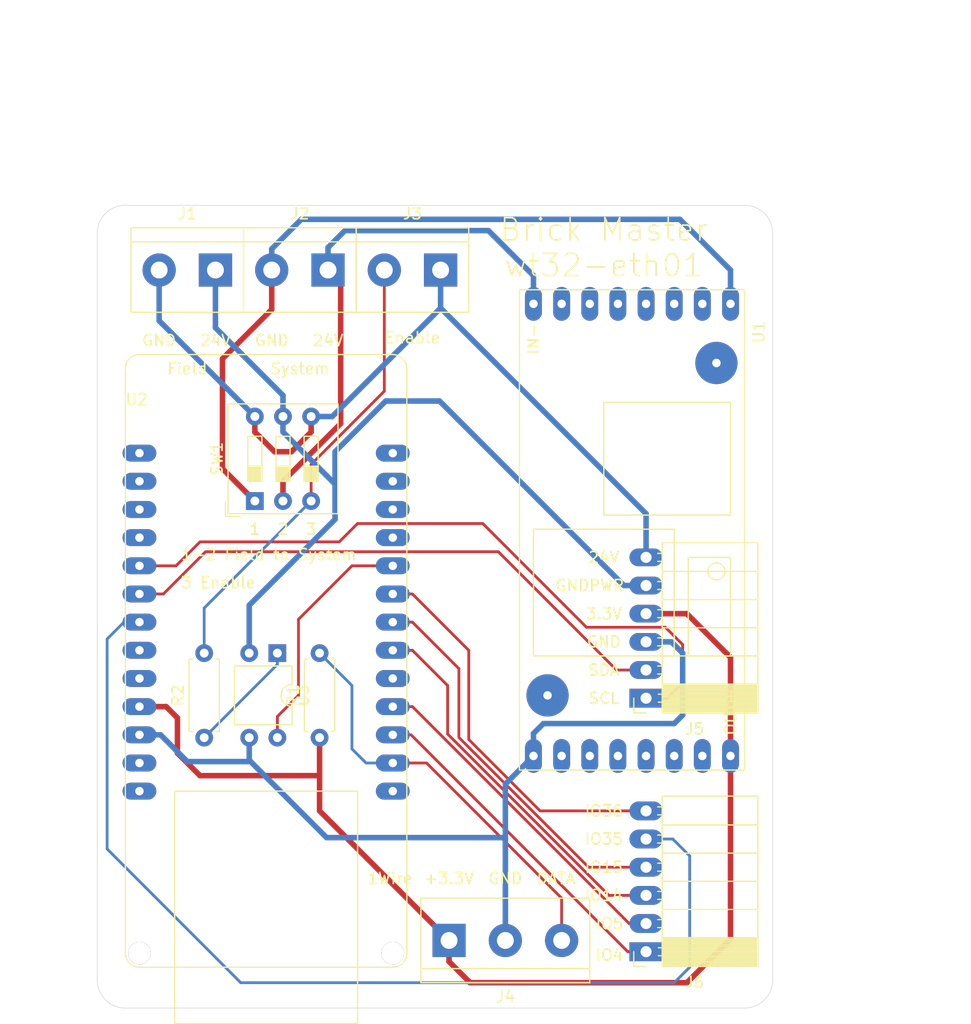
<source format=kicad_pcb>
(kicad_pcb (version 20171130) (host pcbnew 5.1.10-88a1d61d58~88~ubuntu20.04.1)

  (general
    (thickness 1.6)
    (drawings 44)
    (tracks 141)
    (zones 0)
    (modules 12)
    (nets 33)
  )

  (page A4)
  (layers
    (0 F.Cu signal)
    (31 B.Cu signal)
    (32 B.Adhes user)
    (33 F.Adhes user)
    (34 B.Paste user)
    (35 F.Paste user)
    (36 B.SilkS user)
    (37 F.SilkS user)
    (38 B.Mask user)
    (39 F.Mask user)
    (40 Dwgs.User user)
    (41 Cmts.User user)
    (42 Eco1.User user)
    (43 Eco2.User user)
    (44 Edge.Cuts user)
    (45 Margin user)
    (46 B.CrtYd user)
    (47 F.CrtYd user)
    (48 B.Fab user)
    (49 F.Fab user hide)
  )

  (setup
    (last_trace_width 0.25)
    (trace_clearance 0.25)
    (zone_clearance 0.508)
    (zone_45_only no)
    (trace_min 0.2)
    (via_size 0.6)
    (via_drill 0.3)
    (via_min_size 0.4)
    (via_min_drill 0.3)
    (uvia_size 0.6)
    (uvia_drill 0.3)
    (uvias_allowed no)
    (uvia_min_size 0.2)
    (uvia_min_drill 0.1)
    (edge_width 0.05)
    (segment_width 0.2)
    (pcb_text_width 0.3)
    (pcb_text_size 1.5 1.5)
    (mod_edge_width 0.12)
    (mod_text_size 1 1)
    (mod_text_width 0.15)
    (pad_size 3 1.6)
    (pad_drill 1)
    (pad_to_mask_clearance 0)
    (aux_axis_origin 60.96 134.62)
    (visible_elements FFFFFF7F)
    (pcbplotparams
      (layerselection 0x010f0_ffffffff)
      (usegerberextensions false)
      (usegerberattributes false)
      (usegerberadvancedattributes false)
      (creategerberjobfile false)
      (excludeedgelayer true)
      (linewidth 0.100000)
      (plotframeref false)
      (viasonmask false)
      (mode 1)
      (useauxorigin true)
      (hpglpennumber 1)
      (hpglpenspeed 20)
      (hpglpendiameter 15.000000)
      (psnegative false)
      (psa4output false)
      (plotreference true)
      (plotvalue true)
      (plotinvisibletext false)
      (padsonsilk false)
      (subtractmaskfromsilk false)
      (outputformat 1)
      (mirror false)
      (drillshape 0)
      (scaleselection 1)
      (outputdirectory "gerber/"))
  )

  (net 0 "")
  (net 1 +24V)
  (net 2 GNDPWR)
  (net 3 +3V3)
  (net 4 GND)
  (net 5 SCL)
  (net 6 SDA)
  (net 7 GPIO15)
  (net 8 GPIO5)
  (net 9 GPIO4)
  (net 10 "Net-(J2-Pad2)")
  (net 11 "Net-(J2-Pad1)")
  (net 12 1WIRE)
  (net 13 "Net-(U2-Pad18)")
  (net 14 "Net-(U2-Pad4)")
  (net 15 "Net-(U2-Pad1)")
  (net 16 ENABLE)
  (net 17 GPIO36)
  (net 18 GPIO35)
  (net 19 GPIO14)
  (net 20 "Net-(U2-Pad14)")
  (net 21 "Net-(U2-Pad26)")
  (net 22 "Net-(U2-Pad25)")
  (net 23 "Net-(U2-Pad24)")
  (net 24 "Net-(U2-Pad23)")
  (net 25 "Net-(U2-Pad13)")
  (net 26 "Net-(U2-Pad12)")
  (net 27 "Net-(U2-Pad9)")
  (net 28 "Net-(U2-Pad8)")
  (net 29 "Net-(U2-Pad3)")
  (net 30 "Net-(U2-Pad2)")
  (net 31 "Net-(J3-Pad2)")
  (net 32 "Net-(R2-Pad1)")

  (net_class Default "This is the default net class."
    (clearance 0.25)
    (trace_width 0.25)
    (via_dia 0.6)
    (via_drill 0.3)
    (uvia_dia 0.6)
    (uvia_drill 0.3)
    (add_net 1WIRE)
    (add_net ENABLE)
    (add_net GPIO14)
    (add_net GPIO15)
    (add_net GPIO35)
    (add_net GPIO36)
    (add_net GPIO4)
    (add_net GPIO5)
    (add_net "Net-(J3-Pad2)")
    (add_net "Net-(R2-Pad1)")
    (add_net "Net-(U2-Pad1)")
    (add_net "Net-(U2-Pad12)")
    (add_net "Net-(U2-Pad13)")
    (add_net "Net-(U2-Pad14)")
    (add_net "Net-(U2-Pad18)")
    (add_net "Net-(U2-Pad2)")
    (add_net "Net-(U2-Pad23)")
    (add_net "Net-(U2-Pad24)")
    (add_net "Net-(U2-Pad25)")
    (add_net "Net-(U2-Pad26)")
    (add_net "Net-(U2-Pad3)")
    (add_net "Net-(U2-Pad4)")
    (add_net "Net-(U2-Pad8)")
    (add_net "Net-(U2-Pad9)")
    (add_net SCL)
    (add_net SDA)
  )

  (net_class Power ""
    (clearance 0.3)
    (trace_width 0.5)
    (via_dia 0.6)
    (via_drill 0.3)
    (uvia_dia 0.6)
    (uvia_drill 0.3)
    (add_net +24V)
    (add_net +3V3)
    (add_net GND)
    (add_net GNDPWR)
    (add_net "Net-(J2-Pad1)")
    (add_net "Net-(J2-Pad2)")
  )

  (module Package_DIP:DIP-4_W7.62mm (layer F.Cu) (tedit 5A02E8C5) (tstamp 60B54D93)
    (at 79.756 94.996 270)
    (descr "4-lead though-hole mounted DIP package, row spacing 7.62 mm (300 mils)")
    (tags "THT DIP DIL PDIP 2.54mm 7.62mm 300mil")
    (path /60C228BD)
    (fp_text reference U3 (at 3.81 -2.33 90) (layer F.SilkS)
      (effects (font (size 1 1) (thickness 0.15)))
    )
    (fp_text value PC817 (at 3.81 4.87 90) (layer F.Fab)
      (effects (font (size 1 1) (thickness 0.15)))
    )
    (fp_line (start 1.635 -1.27) (end 6.985 -1.27) (layer F.Fab) (width 0.1))
    (fp_line (start 6.985 -1.27) (end 6.985 3.81) (layer F.Fab) (width 0.1))
    (fp_line (start 6.985 3.81) (end 0.635 3.81) (layer F.Fab) (width 0.1))
    (fp_line (start 0.635 3.81) (end 0.635 -0.27) (layer F.Fab) (width 0.1))
    (fp_line (start 0.635 -0.27) (end 1.635 -1.27) (layer F.Fab) (width 0.1))
    (fp_line (start 2.81 -1.33) (end 1.16 -1.33) (layer F.SilkS) (width 0.12))
    (fp_line (start 1.16 -1.33) (end 1.16 3.87) (layer F.SilkS) (width 0.12))
    (fp_line (start 1.16 3.87) (end 6.46 3.87) (layer F.SilkS) (width 0.12))
    (fp_line (start 6.46 3.87) (end 6.46 -1.33) (layer F.SilkS) (width 0.12))
    (fp_line (start 6.46 -1.33) (end 4.81 -1.33) (layer F.SilkS) (width 0.12))
    (fp_line (start -1.1 -1.55) (end -1.1 4.1) (layer F.CrtYd) (width 0.05))
    (fp_line (start -1.1 4.1) (end 8.7 4.1) (layer F.CrtYd) (width 0.05))
    (fp_line (start 8.7 4.1) (end 8.7 -1.55) (layer F.CrtYd) (width 0.05))
    (fp_line (start 8.7 -1.55) (end -1.1 -1.55) (layer F.CrtYd) (width 0.05))
    (fp_text user %R (at 3.81 1.27 90) (layer F.Fab)
      (effects (font (size 1 1) (thickness 0.15)))
    )
    (fp_arc (start 3.81 -1.33) (end 2.81 -1.33) (angle -180) (layer F.SilkS) (width 0.12))
    (pad 4 thru_hole oval (at 7.62 0 270) (size 1.6 1.6) (drill 0.8) (layers *.Cu *.Mask)
      (net 16 ENABLE))
    (pad 2 thru_hole oval (at 0 2.54 270) (size 1.6 1.6) (drill 0.8) (layers *.Cu *.Mask)
      (net 2 GNDPWR))
    (pad 3 thru_hole oval (at 7.62 2.54 270) (size 1.6 1.6) (drill 0.8) (layers *.Cu *.Mask)
      (net 4 GND))
    (pad 1 thru_hole rect (at 0 0 270) (size 1.6 1.6) (drill 0.8) (layers *.Cu *.Mask)
      (net 32 "Net-(R2-Pad1)"))
    (model ${KISYS3DMOD}/Package_DIP.3dshapes/DIP-4_W7.62mm.wrl
      (at (xyz 0 0 0))
      (scale (xyz 1 1 1))
      (rotate (xyz 0 0 0))
    )
  )

  (module Resistor_THT:R_Axial_DIN0207_L6.3mm_D2.5mm_P7.62mm_Horizontal (layer F.Cu) (tedit 5AE5139B) (tstamp 60B54BE1)
    (at 73.152 102.616 90)
    (descr "Resistor, Axial_DIN0207 series, Axial, Horizontal, pin pitch=7.62mm, 0.25W = 1/4W, length*diameter=6.3*2.5mm^2, http://cdn-reichelt.de/documents/datenblatt/B400/1_4W%23YAG.pdf")
    (tags "Resistor Axial_DIN0207 series Axial Horizontal pin pitch 7.62mm 0.25W = 1/4W length 6.3mm diameter 2.5mm")
    (path /60C23C19)
    (fp_text reference R2 (at 3.81 -2.37 90) (layer F.SilkS)
      (effects (font (size 1 1) (thickness 0.15)))
    )
    (fp_text value 4k7 (at 3.81 2.37 90) (layer F.Fab)
      (effects (font (size 1 1) (thickness 0.15)))
    )
    (fp_line (start 0.66 -1.25) (end 0.66 1.25) (layer F.Fab) (width 0.1))
    (fp_line (start 0.66 1.25) (end 6.96 1.25) (layer F.Fab) (width 0.1))
    (fp_line (start 6.96 1.25) (end 6.96 -1.25) (layer F.Fab) (width 0.1))
    (fp_line (start 6.96 -1.25) (end 0.66 -1.25) (layer F.Fab) (width 0.1))
    (fp_line (start 0 0) (end 0.66 0) (layer F.Fab) (width 0.1))
    (fp_line (start 7.62 0) (end 6.96 0) (layer F.Fab) (width 0.1))
    (fp_line (start 0.54 -1.04) (end 0.54 -1.37) (layer F.SilkS) (width 0.12))
    (fp_line (start 0.54 -1.37) (end 7.08 -1.37) (layer F.SilkS) (width 0.12))
    (fp_line (start 7.08 -1.37) (end 7.08 -1.04) (layer F.SilkS) (width 0.12))
    (fp_line (start 0.54 1.04) (end 0.54 1.37) (layer F.SilkS) (width 0.12))
    (fp_line (start 0.54 1.37) (end 7.08 1.37) (layer F.SilkS) (width 0.12))
    (fp_line (start 7.08 1.37) (end 7.08 1.04) (layer F.SilkS) (width 0.12))
    (fp_line (start -1.05 -1.5) (end -1.05 1.5) (layer F.CrtYd) (width 0.05))
    (fp_line (start -1.05 1.5) (end 8.67 1.5) (layer F.CrtYd) (width 0.05))
    (fp_line (start 8.67 1.5) (end 8.67 -1.5) (layer F.CrtYd) (width 0.05))
    (fp_line (start 8.67 -1.5) (end -1.05 -1.5) (layer F.CrtYd) (width 0.05))
    (fp_text user %R (at 3.81 0 90) (layer F.Fab)
      (effects (font (size 1 1) (thickness 0.15)))
    )
    (pad 2 thru_hole oval (at 7.62 0 90) (size 1.6 1.6) (drill 0.8) (layers *.Cu *.Mask)
      (net 31 "Net-(J3-Pad2)"))
    (pad 1 thru_hole circle (at 0 0 90) (size 1.6 1.6) (drill 0.8) (layers *.Cu *.Mask)
      (net 32 "Net-(R2-Pad1)"))
    (model ${KISYS3DMOD}/Resistor_THT.3dshapes/R_Axial_DIN0207_L6.3mm_D2.5mm_P7.62mm_Horizontal.wrl
      (at (xyz 0 0 0))
      (scale (xyz 1 1 1))
      (rotate (xyz 0 0 0))
    )
  )

  (module boards:WT32-ETH0-Board (layer F.Cu) (tedit 60A0F8EF) (tstamp 60B53942)
    (at 78.74 96.012)
    (path /60B4B871)
    (fp_text reference U2 (at -11.684 -23.876) (layer F.SilkS)
      (effects (font (size 1 1) (thickness 0.15)))
    )
    (fp_text value WT32-ETH0-Board (at 0 29.21) (layer F.Fab)
      (effects (font (size 1 1) (thickness 0.15)))
    )
    (fp_line (start 8.255 32.385) (end -8.255 32.385) (layer F.SilkS) (width 0.12))
    (fp_line (start 8.255 11.43) (end 8.255 32.385) (layer F.SilkS) (width 0.12))
    (fp_line (start -8.255 11.43) (end 8.255 11.43) (layer F.SilkS) (width 0.12))
    (fp_line (start -8.255 32.385) (end -8.255 11.43) (layer F.SilkS) (width 0.12))
    (fp_line (start 11.43 -27.94) (end -11.43 -27.94) (layer F.SilkS) (width 0.12))
    (fp_line (start 12.7 26.035) (end 12.7 -26.67) (layer F.SilkS) (width 0.12))
    (fp_line (start -11.43 27.305) (end 11.43 27.305) (layer F.SilkS) (width 0.12))
    (fp_line (start -12.7 -26.67) (end -12.7 26.035) (layer F.SilkS) (width 0.12))
    (fp_arc (start 11.43 -26.67) (end 12.7 -26.67) (angle -90) (layer F.SilkS) (width 0.12))
    (fp_arc (start -11.43 -26.67) (end -11.43 -27.94) (angle -90) (layer F.SilkS) (width 0.12))
    (fp_arc (start 11.43 26.035) (end 11.43 27.305) (angle -90) (layer F.SilkS) (width 0.12))
    (fp_arc (start -11.43 26.035) (end -12.7 26.035) (angle -90) (layer F.SilkS) (width 0.12))
    (pad 14 thru_hole oval (at 11.43 11.43) (size 3.048 1.524) (drill 0.762) (layers *.Cu *.Mask)
      (net 20 "Net-(U2-Pad14)"))
    (pad 26 thru_hole oval (at 11.43 -19.05) (size 3.048 1.524) (drill 0.762) (layers *.Cu *.Mask)
      (net 21 "Net-(U2-Pad26)"))
    (pad 25 thru_hole oval (at 11.43 -16.51) (size 3.048 1.524) (drill 0.762) (layers *.Cu *.Mask)
      (net 22 "Net-(U2-Pad25)"))
    (pad 24 thru_hole oval (at 11.43 -13.97) (size 3.048 1.524) (drill 0.762) (layers *.Cu *.Mask)
      (net 23 "Net-(U2-Pad24)"))
    (pad 23 thru_hole oval (at 11.43 -11.43) (size 3.048 1.524) (drill 0.762) (layers *.Cu *.Mask)
      (net 24 "Net-(U2-Pad23)"))
    (pad 22 thru_hole oval (at 11.43 -8.89) (size 3.048 1.524) (drill 0.762) (layers *.Cu *.Mask)
      (net 16 ENABLE))
    (pad 21 thru_hole oval (at 11.43 -6.35) (size 3.048 1.524) (drill 0.762) (layers *.Cu *.Mask)
      (net 17 GPIO36))
    (pad 20 thru_hole oval (at 11.43 -3.81) (size 3.048 1.524) (drill 0.762) (layers *.Cu *.Mask)
      (net 7 GPIO15))
    (pad 19 thru_hole oval (at 11.43 -1.27) (size 3.048 1.524) (drill 0.762) (layers *.Cu *.Mask)
      (net 19 GPIO14))
    (pad 18 thru_hole oval (at 11.43 1.27) (size 3.048 1.524) (drill 0.762) (layers *.Cu *.Mask)
      (net 13 "Net-(U2-Pad18)"))
    (pad 17 thru_hole oval (at 11.43 3.81) (size 3.048 1.524) (drill 0.762) (layers *.Cu *.Mask)
      (net 8 GPIO5))
    (pad 16 thru_hole oval (at 11.43 6.35) (size 3.048 1.524) (drill 0.762) (layers *.Cu *.Mask)
      (net 9 GPIO4))
    (pad 15 thru_hole oval (at 11.43 8.89) (size 3.048 1.524) (drill 0.762) (layers *.Cu *.Mask)
      (net 12 1WIRE))
    (pad 13 thru_hole oval (at -11.43 11.43) (size 3.048 1.524) (drill 0.762) (layers *.Cu *.Mask)
      (net 25 "Net-(U2-Pad13)"))
    (pad 12 thru_hole oval (at -11.43 8.89) (size 3.048 1.524) (drill 0.762) (layers *.Cu *.Mask)
      (net 26 "Net-(U2-Pad12)"))
    (pad 11 thru_hole oval (at -11.43 6.35) (size 3.048 1.524) (drill 0.762) (layers *.Cu *.Mask)
      (net 4 GND))
    (pad 10 thru_hole oval (at -11.43 3.81) (size 3.048 1.524) (drill 0.762) (layers *.Cu *.Mask)
      (net 3 +3V3))
    (pad 9 thru_hole oval (at -11.43 1.27) (size 3.048 1.524) (drill 0.762) (layers *.Cu *.Mask)
      (net 27 "Net-(U2-Pad9)"))
    (pad 8 thru_hole oval (at -11.43 -1.27) (size 3.048 1.524) (drill 0.762) (layers *.Cu *.Mask)
      (net 28 "Net-(U2-Pad8)"))
    (pad 7 thru_hole oval (at -11.43 -3.81) (size 3.048 1.524) (drill 0.762) (layers *.Cu *.Mask)
      (net 18 GPIO35))
    (pad 6 thru_hole oval (at -11.43 -6.35) (size 3.048 1.524) (drill 0.762) (layers *.Cu *.Mask)
      (net 6 SDA))
    (pad 5 thru_hole oval (at -11.43 -8.89) (size 3.048 1.524) (drill 0.762) (layers *.Cu *.Mask)
      (net 5 SCL))
    (pad 4 thru_hole oval (at -11.43 -11.43) (size 3.048 1.524) (drill 0.762) (layers *.Cu *.Mask)
      (net 14 "Net-(U2-Pad4)"))
    (pad 3 thru_hole oval (at -11.43 -13.97) (size 3.048 1.524) (drill 0.762) (layers *.Cu *.Mask)
      (net 29 "Net-(U2-Pad3)"))
    (pad 2 thru_hole oval (at -11.43 -16.51) (size 3.048 1.524) (drill 0.762) (layers *.Cu *.Mask)
      (net 30 "Net-(U2-Pad2)"))
    (pad 1 thru_hole oval (at -11.43 -19.05) (size 3.048 1.524) (drill 0.762) (layers *.Cu *.Mask)
      (net 15 "Net-(U2-Pad1)"))
    (pad "" thru_hole circle (at 11.43 26.035) (size 2.032 2.032) (drill 2.032) (layers *.Mask F.Cu))
    (pad "" thru_hole circle (at -11.43 26.035) (size 2.032 2.032) (drill 2.032) (layers *.Mask F.Cu))
  )

  (module Button_Switch_THT:SW_DIP_SPSTx03_Slide_9.78x9.8mm_W7.62mm_P2.54mm (layer F.Cu) (tedit 5A4E1404) (tstamp 60B52314)
    (at 77.724 81.28 90)
    (descr "3x-dip-switch SPST , Slide, row spacing 7.62 mm (300 mils), body size 9.78x9.8mm (see e.g. https://www.ctscorp.com/wp-content/uploads/206-208.pdf)")
    (tags "DIP Switch SPST Slide 7.62mm 300mil")
    (path /60BED09C)
    (fp_text reference SW1 (at 3.81 -3.42 90) (layer F.SilkS)
      (effects (font (size 1 1) (thickness 0.15)))
    )
    (fp_text value SW_DIP_x03 (at 3.81 8.5 90) (layer F.Fab)
      (effects (font (size 1 1) (thickness 0.15)))
    )
    (fp_line (start 8.95 -2.7) (end -1.35 -2.7) (layer F.CrtYd) (width 0.05))
    (fp_line (start 8.95 7.75) (end 8.95 -2.7) (layer F.CrtYd) (width 0.05))
    (fp_line (start -1.35 7.75) (end 8.95 7.75) (layer F.CrtYd) (width 0.05))
    (fp_line (start -1.35 -2.7) (end -1.35 7.75) (layer F.CrtYd) (width 0.05))
    (fp_line (start 3.133333 4.445) (end 3.133333 5.715) (layer F.SilkS) (width 0.12))
    (fp_line (start 1.78 5.645) (end 3.133333 5.645) (layer F.SilkS) (width 0.12))
    (fp_line (start 1.78 5.525) (end 3.133333 5.525) (layer F.SilkS) (width 0.12))
    (fp_line (start 1.78 5.405) (end 3.133333 5.405) (layer F.SilkS) (width 0.12))
    (fp_line (start 1.78 5.285) (end 3.133333 5.285) (layer F.SilkS) (width 0.12))
    (fp_line (start 1.78 5.165) (end 3.133333 5.165) (layer F.SilkS) (width 0.12))
    (fp_line (start 1.78 5.045) (end 3.133333 5.045) (layer F.SilkS) (width 0.12))
    (fp_line (start 1.78 4.925) (end 3.133333 4.925) (layer F.SilkS) (width 0.12))
    (fp_line (start 1.78 4.805) (end 3.133333 4.805) (layer F.SilkS) (width 0.12))
    (fp_line (start 1.78 4.685) (end 3.133333 4.685) (layer F.SilkS) (width 0.12))
    (fp_line (start 1.78 4.565) (end 3.133333 4.565) (layer F.SilkS) (width 0.12))
    (fp_line (start 5.84 4.445) (end 1.78 4.445) (layer F.SilkS) (width 0.12))
    (fp_line (start 5.84 5.715) (end 5.84 4.445) (layer F.SilkS) (width 0.12))
    (fp_line (start 1.78 5.715) (end 5.84 5.715) (layer F.SilkS) (width 0.12))
    (fp_line (start 1.78 4.445) (end 1.78 5.715) (layer F.SilkS) (width 0.12))
    (fp_line (start 3.133333 1.905) (end 3.133333 3.175) (layer F.SilkS) (width 0.12))
    (fp_line (start 1.78 3.105) (end 3.133333 3.105) (layer F.SilkS) (width 0.12))
    (fp_line (start 1.78 2.985) (end 3.133333 2.985) (layer F.SilkS) (width 0.12))
    (fp_line (start 1.78 2.865) (end 3.133333 2.865) (layer F.SilkS) (width 0.12))
    (fp_line (start 1.78 2.745) (end 3.133333 2.745) (layer F.SilkS) (width 0.12))
    (fp_line (start 1.78 2.625) (end 3.133333 2.625) (layer F.SilkS) (width 0.12))
    (fp_line (start 1.78 2.505) (end 3.133333 2.505) (layer F.SilkS) (width 0.12))
    (fp_line (start 1.78 2.385) (end 3.133333 2.385) (layer F.SilkS) (width 0.12))
    (fp_line (start 1.78 2.265) (end 3.133333 2.265) (layer F.SilkS) (width 0.12))
    (fp_line (start 1.78 2.145) (end 3.133333 2.145) (layer F.SilkS) (width 0.12))
    (fp_line (start 1.78 2.025) (end 3.133333 2.025) (layer F.SilkS) (width 0.12))
    (fp_line (start 5.84 1.905) (end 1.78 1.905) (layer F.SilkS) (width 0.12))
    (fp_line (start 5.84 3.175) (end 5.84 1.905) (layer F.SilkS) (width 0.12))
    (fp_line (start 1.78 3.175) (end 5.84 3.175) (layer F.SilkS) (width 0.12))
    (fp_line (start 1.78 1.905) (end 1.78 3.175) (layer F.SilkS) (width 0.12))
    (fp_line (start 3.133333 -0.635) (end 3.133333 0.635) (layer F.SilkS) (width 0.12))
    (fp_line (start 1.78 0.565) (end 3.133333 0.565) (layer F.SilkS) (width 0.12))
    (fp_line (start 1.78 0.445) (end 3.133333 0.445) (layer F.SilkS) (width 0.12))
    (fp_line (start 1.78 0.325) (end 3.133333 0.325) (layer F.SilkS) (width 0.12))
    (fp_line (start 1.78 0.205) (end 3.133333 0.205) (layer F.SilkS) (width 0.12))
    (fp_line (start 1.78 0.085) (end 3.133333 0.085) (layer F.SilkS) (width 0.12))
    (fp_line (start 1.78 -0.035) (end 3.133333 -0.035) (layer F.SilkS) (width 0.12))
    (fp_line (start 1.78 -0.155) (end 3.133333 -0.155) (layer F.SilkS) (width 0.12))
    (fp_line (start 1.78 -0.275) (end 3.133333 -0.275) (layer F.SilkS) (width 0.12))
    (fp_line (start 1.78 -0.395) (end 3.133333 -0.395) (layer F.SilkS) (width 0.12))
    (fp_line (start 1.78 -0.515) (end 3.133333 -0.515) (layer F.SilkS) (width 0.12))
    (fp_line (start 5.84 -0.635) (end 1.78 -0.635) (layer F.SilkS) (width 0.12))
    (fp_line (start 5.84 0.635) (end 5.84 -0.635) (layer F.SilkS) (width 0.12))
    (fp_line (start 1.78 0.635) (end 5.84 0.635) (layer F.SilkS) (width 0.12))
    (fp_line (start 1.78 -0.635) (end 1.78 0.635) (layer F.SilkS) (width 0.12))
    (fp_line (start -1.38 -2.66) (end -1.38 -1.277) (layer F.SilkS) (width 0.12))
    (fp_line (start -1.38 -2.66) (end 0.004 -2.66) (layer F.SilkS) (width 0.12))
    (fp_line (start 8.76 -2.42) (end 8.76 7.5) (layer F.SilkS) (width 0.12))
    (fp_line (start -1.14 -2.42) (end -1.14 7.5) (layer F.SilkS) (width 0.12))
    (fp_line (start -1.14 7.5) (end 8.76 7.5) (layer F.SilkS) (width 0.12))
    (fp_line (start -1.14 -2.42) (end 8.76 -2.42) (layer F.SilkS) (width 0.12))
    (fp_line (start 3.133333 4.445) (end 3.133333 5.715) (layer F.Fab) (width 0.1))
    (fp_line (start 1.78 5.645) (end 3.133333 5.645) (layer F.Fab) (width 0.1))
    (fp_line (start 1.78 5.545) (end 3.133333 5.545) (layer F.Fab) (width 0.1))
    (fp_line (start 1.78 5.445) (end 3.133333 5.445) (layer F.Fab) (width 0.1))
    (fp_line (start 1.78 5.345) (end 3.133333 5.345) (layer F.Fab) (width 0.1))
    (fp_line (start 1.78 5.245) (end 3.133333 5.245) (layer F.Fab) (width 0.1))
    (fp_line (start 1.78 5.145) (end 3.133333 5.145) (layer F.Fab) (width 0.1))
    (fp_line (start 1.78 5.045) (end 3.133333 5.045) (layer F.Fab) (width 0.1))
    (fp_line (start 1.78 4.945) (end 3.133333 4.945) (layer F.Fab) (width 0.1))
    (fp_line (start 1.78 4.845) (end 3.133333 4.845) (layer F.Fab) (width 0.1))
    (fp_line (start 1.78 4.745) (end 3.133333 4.745) (layer F.Fab) (width 0.1))
    (fp_line (start 1.78 4.645) (end 3.133333 4.645) (layer F.Fab) (width 0.1))
    (fp_line (start 1.78 4.545) (end 3.133333 4.545) (layer F.Fab) (width 0.1))
    (fp_line (start 5.84 4.445) (end 1.78 4.445) (layer F.Fab) (width 0.1))
    (fp_line (start 5.84 5.715) (end 5.84 4.445) (layer F.Fab) (width 0.1))
    (fp_line (start 1.78 5.715) (end 5.84 5.715) (layer F.Fab) (width 0.1))
    (fp_line (start 1.78 4.445) (end 1.78 5.715) (layer F.Fab) (width 0.1))
    (fp_line (start 3.133333 1.905) (end 3.133333 3.175) (layer F.Fab) (width 0.1))
    (fp_line (start 1.78 3.105) (end 3.133333 3.105) (layer F.Fab) (width 0.1))
    (fp_line (start 1.78 3.005) (end 3.133333 3.005) (layer F.Fab) (width 0.1))
    (fp_line (start 1.78 2.905) (end 3.133333 2.905) (layer F.Fab) (width 0.1))
    (fp_line (start 1.78 2.805) (end 3.133333 2.805) (layer F.Fab) (width 0.1))
    (fp_line (start 1.78 2.705) (end 3.133333 2.705) (layer F.Fab) (width 0.1))
    (fp_line (start 1.78 2.605) (end 3.133333 2.605) (layer F.Fab) (width 0.1))
    (fp_line (start 1.78 2.505) (end 3.133333 2.505) (layer F.Fab) (width 0.1))
    (fp_line (start 1.78 2.405) (end 3.133333 2.405) (layer F.Fab) (width 0.1))
    (fp_line (start 1.78 2.305) (end 3.133333 2.305) (layer F.Fab) (width 0.1))
    (fp_line (start 1.78 2.205) (end 3.133333 2.205) (layer F.Fab) (width 0.1))
    (fp_line (start 1.78 2.105) (end 3.133333 2.105) (layer F.Fab) (width 0.1))
    (fp_line (start 1.78 2.005) (end 3.133333 2.005) (layer F.Fab) (width 0.1))
    (fp_line (start 5.84 1.905) (end 1.78 1.905) (layer F.Fab) (width 0.1))
    (fp_line (start 5.84 3.175) (end 5.84 1.905) (layer F.Fab) (width 0.1))
    (fp_line (start 1.78 3.175) (end 5.84 3.175) (layer F.Fab) (width 0.1))
    (fp_line (start 1.78 1.905) (end 1.78 3.175) (layer F.Fab) (width 0.1))
    (fp_line (start 3.133333 -0.635) (end 3.133333 0.635) (layer F.Fab) (width 0.1))
    (fp_line (start 1.78 0.565) (end 3.133333 0.565) (layer F.Fab) (width 0.1))
    (fp_line (start 1.78 0.465) (end 3.133333 0.465) (layer F.Fab) (width 0.1))
    (fp_line (start 1.78 0.365) (end 3.133333 0.365) (layer F.Fab) (width 0.1))
    (fp_line (start 1.78 0.265) (end 3.133333 0.265) (layer F.Fab) (width 0.1))
    (fp_line (start 1.78 0.165) (end 3.133333 0.165) (layer F.Fab) (width 0.1))
    (fp_line (start 1.78 0.065) (end 3.133333 0.065) (layer F.Fab) (width 0.1))
    (fp_line (start 1.78 -0.035) (end 3.133333 -0.035) (layer F.Fab) (width 0.1))
    (fp_line (start 1.78 -0.135) (end 3.133333 -0.135) (layer F.Fab) (width 0.1))
    (fp_line (start 1.78 -0.235) (end 3.133333 -0.235) (layer F.Fab) (width 0.1))
    (fp_line (start 1.78 -0.335) (end 3.133333 -0.335) (layer F.Fab) (width 0.1))
    (fp_line (start 1.78 -0.435) (end 3.133333 -0.435) (layer F.Fab) (width 0.1))
    (fp_line (start 1.78 -0.535) (end 3.133333 -0.535) (layer F.Fab) (width 0.1))
    (fp_line (start 5.84 -0.635) (end 1.78 -0.635) (layer F.Fab) (width 0.1))
    (fp_line (start 5.84 0.635) (end 5.84 -0.635) (layer F.Fab) (width 0.1))
    (fp_line (start 1.78 0.635) (end 5.84 0.635) (layer F.Fab) (width 0.1))
    (fp_line (start 1.78 -0.635) (end 1.78 0.635) (layer F.Fab) (width 0.1))
    (fp_line (start -1.08 -1.36) (end -0.08 -2.36) (layer F.Fab) (width 0.1))
    (fp_line (start -1.08 7.44) (end -1.08 -1.36) (layer F.Fab) (width 0.1))
    (fp_line (start 8.7 7.44) (end -1.08 7.44) (layer F.Fab) (width 0.1))
    (fp_line (start 8.7 -2.36) (end 8.7 7.44) (layer F.Fab) (width 0.1))
    (fp_line (start -0.08 -2.36) (end 8.7 -2.36) (layer F.Fab) (width 0.1))
    (fp_text user on (at 5.365 -1.4975 90) (layer F.Fab)
      (effects (font (size 0.8 0.8) (thickness 0.12)))
    )
    (fp_text user %R (at 7.27 2.54) (layer F.Fab)
      (effects (font (size 0.8 0.8) (thickness 0.12)))
    )
    (pad 6 thru_hole oval (at 7.62 0 90) (size 1.6 1.6) (drill 0.8) (layers *.Cu *.Mask)
      (net 1 +24V))
    (pad 3 thru_hole oval (at 0 5.08 90) (size 1.6 1.6) (drill 0.8) (layers *.Cu *.Mask)
      (net 31 "Net-(J3-Pad2)"))
    (pad 5 thru_hole oval (at 7.62 2.54 90) (size 1.6 1.6) (drill 0.8) (layers *.Cu *.Mask)
      (net 2 GNDPWR))
    (pad 2 thru_hole oval (at 0 2.54 90) (size 1.6 1.6) (drill 0.8) (layers *.Cu *.Mask)
      (net 11 "Net-(J2-Pad1)"))
    (pad 4 thru_hole oval (at 7.62 5.08 90) (size 1.6 1.6) (drill 0.8) (layers *.Cu *.Mask)
      (net 1 +24V))
    (pad 1 thru_hole rect (at 0 0 90) (size 1.6 1.6) (drill 0.8) (layers *.Cu *.Mask)
      (net 10 "Net-(J2-Pad2)"))
    (model ${KISYS3DMOD}/Button_Switch_THT.3dshapes/SW_DIP_SPSTx03_Slide_9.78x9.8mm_W7.62mm_P2.54mm.wrl
      (at (xyz 0 0 0))
      (scale (xyz 1 1 1))
      (rotate (xyz 0 0 90))
    )
  )

  (module TerminalBlock:TerminalBlock_bornier-2_P5.08mm (layer F.Cu) (tedit 59FF03AB) (tstamp 60B521A1)
    (at 94.488 60.452 180)
    (descr "simple 2-pin terminal block, pitch 5.08mm, revamped version of bornier2")
    (tags "terminal block bornier2")
    (path /60BFF081)
    (fp_text reference J3 (at 2.54 5.08) (layer F.SilkS)
      (effects (font (size 1 1) (thickness 0.15)))
    )
    (fp_text value Enable (at 2.54 5.08) (layer F.Fab)
      (effects (font (size 1 1) (thickness 0.15)))
    )
    (fp_line (start 7.79 4) (end -2.71 4) (layer F.CrtYd) (width 0.05))
    (fp_line (start 7.79 4) (end 7.79 -4) (layer F.CrtYd) (width 0.05))
    (fp_line (start -2.71 -4) (end -2.71 4) (layer F.CrtYd) (width 0.05))
    (fp_line (start -2.71 -4) (end 7.79 -4) (layer F.CrtYd) (width 0.05))
    (fp_line (start -2.54 3.81) (end 7.62 3.81) (layer F.SilkS) (width 0.12))
    (fp_line (start -2.54 -3.81) (end -2.54 3.81) (layer F.SilkS) (width 0.12))
    (fp_line (start 7.62 -3.81) (end -2.54 -3.81) (layer F.SilkS) (width 0.12))
    (fp_line (start 7.62 3.81) (end 7.62 -3.81) (layer F.SilkS) (width 0.12))
    (fp_line (start 7.62 2.54) (end -2.54 2.54) (layer F.SilkS) (width 0.12))
    (fp_line (start 7.54 -3.75) (end -2.46 -3.75) (layer F.Fab) (width 0.1))
    (fp_line (start 7.54 3.75) (end 7.54 -3.75) (layer F.Fab) (width 0.1))
    (fp_line (start -2.46 3.75) (end 7.54 3.75) (layer F.Fab) (width 0.1))
    (fp_line (start -2.46 -3.75) (end -2.46 3.75) (layer F.Fab) (width 0.1))
    (fp_line (start -2.41 2.55) (end 7.49 2.55) (layer F.Fab) (width 0.1))
    (fp_text user %R (at 2.54 0) (layer F.Fab)
      (effects (font (size 1 1) (thickness 0.15)))
    )
    (pad 2 thru_hole circle (at 5.08 0 180) (size 3 3) (drill 1.52) (layers *.Cu *.Mask)
      (net 31 "Net-(J3-Pad2)"))
    (pad 1 thru_hole rect (at 0 0 180) (size 3 3) (drill 1.52) (layers *.Cu *.Mask)
      (net 1 +24V))
    (model ${KISYS3DMOD}/TerminalBlock.3dshapes/TerminalBlock_bornier-2_P5.08mm.wrl
      (offset (xyz 2.539999961853027 0 0))
      (scale (xyz 1 1 1))
      (rotate (xyz 0 0 0))
    )
    (model ${KISYS3DMOD}/TerminalBlock_Phoenix.3dshapes/TerminalBlock_Phoenix_MKDS-1,5-2-5.08_1x02_P5.08mm_Horizontal.wrl
      (at (xyz 0 0 0))
      (scale (xyz 1 1 1))
      (rotate (xyz 0 0 0))
    )
  )

  (module boards:LM2596-Board (layer F.Cu) (tedit 600DD900) (tstamp 600E2722)
    (at 111.76 83.82 270)
    (path /5EFB2E28)
    (fp_text reference U1 (at -17.78 -11.43 90) (layer F.SilkS)
      (effects (font (size 1 1) (thickness 0.15)))
    )
    (fp_text value LM2596-Board (at 15.24 11.43 90) (layer F.Fab)
      (effects (font (size 1 1) (thickness 0.15)))
    )
    (fp_circle (center 3.81 -7.62) (end 4.572 -7.62) (layer F.SilkS) (width 0.12))
    (fp_line (start -11.43 2.54) (end -11.43 -8.89) (layer F.SilkS) (width 0.12))
    (fp_line (start -1.27 2.54) (end -11.43 2.54) (layer F.SilkS) (width 0.12))
    (fp_line (start -1.27 -8.89) (end -1.27 2.54) (layer F.SilkS) (width 0.12))
    (fp_line (start -11.43 -8.89) (end -1.27 -8.89) (layer F.SilkS) (width 0.12))
    (fp_line (start 11.43 -5.08) (end 11.43 -8.89) (layer F.SilkS) (width 0.12))
    (fp_line (start 2.54 -5.08) (end 11.43 -5.08) (layer F.SilkS) (width 0.12))
    (fp_line (start 2.54 -8.89) (end 2.54 -5.08) (layer F.SilkS) (width 0.12))
    (fp_line (start 11.43 -8.89) (end 2.54 -8.89) (layer F.SilkS) (width 0.12))
    (fp_line (start 11.43 -3.81) (end 11.43 8.89) (layer F.SilkS) (width 0.12))
    (fp_line (start 0 -3.81) (end 11.43 -3.81) (layer F.SilkS) (width 0.12))
    (fp_line (start 0 8.89) (end 0 -3.81) (layer F.SilkS) (width 0.12))
    (fp_line (start 11.43 8.89) (end 0 8.89) (layer F.SilkS) (width 0.12))
    (fp_line (start -21.59 -10.16) (end 21.717 -10.16) (layer F.SilkS) (width 0.12))
    (fp_line (start 21.717 -10.16) (end 21.717 10.16) (layer F.SilkS) (width 0.12))
    (fp_line (start 21.717 10.16) (end -21.59 10.16) (layer F.SilkS) (width 0.12))
    (fp_line (start -21.59 10.16) (end -21.59 -10.16) (layer F.SilkS) (width 0.12))
    (fp_text user OUT+ (at 16.51 -8.89 90) (layer F.SilkS)
      (effects (font (size 1 1) (thickness 0.15)))
    )
    (fp_text user IN- (at -17.145 8.89 90) (layer F.SilkS)
      (effects (font (size 1 1) (thickness 0.15)))
    )
    (pad "" np_thru_hole circle (at 14.986 7.62 270) (size 3.81 3.81) (drill 0.762) (layers *.Cu *.Mask))
    (pad "" np_thru_hole circle (at -14.986 -7.62 270) (size 3.81 3.81) (drill 0.762) (layers *.Cu *.Mask))
    (pad "" thru_hole oval (at 20.447 6.35 270) (size 3.048 1.524) (drill 0.762) (layers *.Cu *.Mask))
    (pad "" thru_hole oval (at 20.447 3.81 270) (size 3.048 1.524) (drill 0.762) (layers *.Cu *.Mask))
    (pad "" thru_hole oval (at 20.447 1.27 270) (size 3.048 1.524) (drill 0.762) (layers *.Cu *.Mask))
    (pad "" thru_hole oval (at 20.447 -1.27 270) (size 3.048 1.524) (drill 0.762) (layers *.Cu *.Mask))
    (pad "" thru_hole oval (at 20.447 -3.81 270) (size 3.048 1.524) (drill 0.762) (layers *.Cu *.Mask))
    (pad "" thru_hole oval (at 20.447 -6.35 270) (size 3.048 1.524) (drill 0.762) (layers *.Cu *.Mask))
    (pad "" thru_hole oval (at -20.32 6.35 270) (size 3.048 1.524) (drill 0.762) (layers *.Cu *.Mask))
    (pad "" thru_hole oval (at -20.32 3.81 270) (size 3.048 1.524) (drill 0.762) (layers *.Cu *.Mask))
    (pad "" thru_hole oval (at -20.32 1.27 270) (size 3.048 1.524) (drill 0.762) (layers *.Cu *.Mask))
    (pad "" thru_hole oval (at -20.32 -1.27 270) (size 3.048 1.524) (drill 0.762) (layers *.Cu *.Mask))
    (pad "" thru_hole oval (at -20.32 -3.81 270) (size 3.048 1.524) (drill 0.762) (layers *.Cu *.Mask))
    (pad "" thru_hole oval (at -20.32 -6.35 270) (size 3.048 1.524) (drill 0.762) (layers *.Cu *.Mask))
    (pad 4 thru_hole oval (at 20.447 -8.89 270) (size 3.048 1.524) (drill 0.762) (layers *.Cu *.Mask)
      (net 3 +3V3))
    (pad 3 thru_hole oval (at 20.447 8.89 270) (size 3.048 1.524) (drill 0.762) (layers *.Cu *.Mask)
      (net 4 GND))
    (pad 2 thru_hole oval (at -20.32 8.89 270) (size 3.048 1.524) (drill 0.762) (layers *.Cu *.Mask)
      (net 11 "Net-(J2-Pad1)"))
    (pad 1 thru_hole oval (at -20.32 -8.89 270) (size 3.048 1.524) (drill 0.762) (layers *.Cu *.Mask)
      (net 10 "Net-(J2-Pad2)"))
    (model ${KISYS3DMOD}/Connector_PinSocket_2.54mm.3dshapes/PinSocket_1x08_P2.54mm_Vertical.step
      (offset (xyz 20.447 8.890000000000001 0))
      (scale (xyz 1 1 1))
      (rotate (xyz 0 0 0))
    )
    (model ${KISYS3DMOD}/Connector_PinSocket_2.54mm.3dshapes/PinSocket_1x08_P2.54mm_Vertical.step
      (offset (xyz -20.447 8.890000000000001 0))
      (scale (xyz 1 1 1))
      (rotate (xyz 0 0 0))
    )
    (model ${KISYS3DMOD}/Connector_PinHeader_2.54mm.3dshapes/PinHeader_1x01_P2.54mm_Vertical.step
      (offset (xyz 20.447 8.890000000000001 9.779))
      (scale (xyz 1 1 1))
      (rotate (xyz 180 0 0))
    )
    (model ${KISYS3DMOD}/Connector_PinHeader_2.54mm.3dshapes/PinHeader_1x01_P2.54mm_Vertical.step
      (offset (xyz -20.447 8.890000000000001 9.779))
      (scale (xyz 1 1 1))
      (rotate (xyz 180 0 0))
    )
    (model ${KISYS3DMOD}/Connector_PinHeader_2.54mm.3dshapes/PinHeader_1x01_P2.54mm_Vertical.step
      (offset (xyz -20.447 -8.890000000000001 9.779))
      (scale (xyz 1 1 1))
      (rotate (xyz 180 0 0))
    )
    (model ${KISYS3DMOD}/Connector_PinHeader_2.54mm.3dshapes/PinHeader_1x01_P2.54mm_Vertical.step
      (offset (xyz 20.447 -8.890000000000001 9.779))
      (scale (xyz 1 1 1))
      (rotate (xyz 180 0 0))
    )
    (model :custom:boards.pretty/LM2596-Board.step
      (offset (xyz -20.32 8.890000000000001 9.906000000000001))
      (scale (xyz 1 1 1))
      (rotate (xyz 0 0 0))
    )
  )

  (module Resistor_THT:R_Axial_DIN0207_L6.3mm_D2.5mm_P7.62mm_Horizontal (layer F.Cu) (tedit 5AE5139B) (tstamp 600E2DFC)
    (at 83.566 102.616 90)
    (descr "Resistor, Axial_DIN0207 series, Axial, Horizontal, pin pitch=7.62mm, 0.25W = 1/4W, length*diameter=6.3*2.5mm^2, http://cdn-reichelt.de/documents/datenblatt/B400/1_4W%23YAG.pdf")
    (tags "Resistor Axial_DIN0207 series Axial Horizontal pin pitch 7.62mm 0.25W = 1/4W length 6.3mm diameter 2.5mm")
    (path /5FA70C52)
    (fp_text reference R1 (at 3.81 -2.37 90) (layer F.SilkS)
      (effects (font (size 1 1) (thickness 0.15)))
    )
    (fp_text value 4k7 (at 3.81 2.37 90) (layer F.Fab)
      (effects (font (size 1 1) (thickness 0.15)))
    )
    (fp_line (start 8.67 -1.5) (end -1.05 -1.5) (layer F.CrtYd) (width 0.05))
    (fp_line (start 8.67 1.5) (end 8.67 -1.5) (layer F.CrtYd) (width 0.05))
    (fp_line (start -1.05 1.5) (end 8.67 1.5) (layer F.CrtYd) (width 0.05))
    (fp_line (start -1.05 -1.5) (end -1.05 1.5) (layer F.CrtYd) (width 0.05))
    (fp_line (start 7.08 1.37) (end 7.08 1.04) (layer F.SilkS) (width 0.12))
    (fp_line (start 0.54 1.37) (end 7.08 1.37) (layer F.SilkS) (width 0.12))
    (fp_line (start 0.54 1.04) (end 0.54 1.37) (layer F.SilkS) (width 0.12))
    (fp_line (start 7.08 -1.37) (end 7.08 -1.04) (layer F.SilkS) (width 0.12))
    (fp_line (start 0.54 -1.37) (end 7.08 -1.37) (layer F.SilkS) (width 0.12))
    (fp_line (start 0.54 -1.04) (end 0.54 -1.37) (layer F.SilkS) (width 0.12))
    (fp_line (start 7.62 0) (end 6.96 0) (layer F.Fab) (width 0.1))
    (fp_line (start 0 0) (end 0.66 0) (layer F.Fab) (width 0.1))
    (fp_line (start 6.96 -1.25) (end 0.66 -1.25) (layer F.Fab) (width 0.1))
    (fp_line (start 6.96 1.25) (end 6.96 -1.25) (layer F.Fab) (width 0.1))
    (fp_line (start 0.66 1.25) (end 6.96 1.25) (layer F.Fab) (width 0.1))
    (fp_line (start 0.66 -1.25) (end 0.66 1.25) (layer F.Fab) (width 0.1))
    (fp_text user %R (at 3.81 0 90) (layer F.Fab)
      (effects (font (size 1 1) (thickness 0.15)))
    )
    (pad 2 thru_hole oval (at 7.62 0 90) (size 1.6 1.6) (drill 0.8) (layers *.Cu *.Mask)
      (net 12 1WIRE))
    (pad 1 thru_hole circle (at 0 0 90) (size 1.6 1.6) (drill 0.8) (layers *.Cu *.Mask)
      (net 3 +3V3))
    (model ${KISYS3DMOD}/Resistor_THT.3dshapes/R_Axial_DIN0207_L6.3mm_D2.5mm_P7.62mm_Horizontal.wrl
      (at (xyz 0 0 0))
      (scale (xyz 1 1 1))
      (rotate (xyz 0 0 0))
    )
  )

  (module TerminalBlock:TerminalBlock_bornier-3_P5.08mm (layer F.Cu) (tedit 59FF03B9) (tstamp 600E2689)
    (at 95.25 120.904)
    (descr "simple 3-pin terminal block, pitch 5.08mm, revamped version of bornier3")
    (tags "terminal block bornier3")
    (path /5FA9909B)
    (fp_text reference J4 (at 5.08 5.08) (layer F.SilkS)
      (effects (font (size 1 1) (thickness 0.15)))
    )
    (fp_text value Screw_Terminal_01x03 (at 5.08 5.08) (layer F.Fab)
      (effects (font (size 1 1) (thickness 0.15)))
    )
    (fp_line (start 12.88 4) (end -2.72 4) (layer F.CrtYd) (width 0.05))
    (fp_line (start 12.88 4) (end 12.88 -4) (layer F.CrtYd) (width 0.05))
    (fp_line (start -2.72 -4) (end -2.72 4) (layer F.CrtYd) (width 0.05))
    (fp_line (start -2.72 -4) (end 12.88 -4) (layer F.CrtYd) (width 0.05))
    (fp_line (start -2.54 3.81) (end 12.7 3.81) (layer F.SilkS) (width 0.12))
    (fp_line (start -2.54 -3.81) (end 12.7 -3.81) (layer F.SilkS) (width 0.12))
    (fp_line (start -2.54 2.54) (end 12.7 2.54) (layer F.SilkS) (width 0.12))
    (fp_line (start 12.7 3.81) (end 12.7 -3.81) (layer F.SilkS) (width 0.12))
    (fp_line (start -2.54 3.81) (end -2.54 -3.81) (layer F.SilkS) (width 0.12))
    (fp_line (start -2.47 3.75) (end -2.47 -3.75) (layer F.Fab) (width 0.1))
    (fp_line (start 12.63 3.75) (end -2.47 3.75) (layer F.Fab) (width 0.1))
    (fp_line (start 12.63 -3.75) (end 12.63 3.75) (layer F.Fab) (width 0.1))
    (fp_line (start -2.47 -3.75) (end 12.63 -3.75) (layer F.Fab) (width 0.1))
    (fp_line (start -2.47 2.55) (end 12.63 2.55) (layer F.Fab) (width 0.1))
    (fp_text user %R (at 5.08 0) (layer F.Fab)
      (effects (font (size 1 1) (thickness 0.15)))
    )
    (pad 3 thru_hole circle (at 10.16 0) (size 3 3) (drill 1.52) (layers *.Cu *.Mask)
      (net 12 1WIRE))
    (pad 2 thru_hole circle (at 5.08 0) (size 3 3) (drill 1.52) (layers *.Cu *.Mask)
      (net 4 GND))
    (pad 1 thru_hole rect (at 0 0) (size 3 3) (drill 1.52) (layers *.Cu *.Mask)
      (net 3 +3V3))
    (model ${KISYS3DMOD}/TerminalBlock.3dshapes/TerminalBlock_bornier-3_P5.08mm.wrl
      (offset (xyz 5.079999923706055 0 0))
      (scale (xyz 1 1 1))
      (rotate (xyz 0 0 0))
    )
    (model ${KISYS3DMOD}/TerminalBlock_Phoenix.3dshapes/TerminalBlock_Phoenix_MKDS-1,5-3-5.08_1x03_P5.08mm_Horizontal.step
      (at (xyz 0 0 0))
      (scale (xyz 1 1 1))
      (rotate (xyz 0 0 0))
    )
  )

  (module TerminalBlock:TerminalBlock_bornier-2_P5.08mm (layer F.Cu) (tedit 59FF03AB) (tstamp 60B54368)
    (at 84.328 60.452 180)
    (descr "simple 2-pin terminal block, pitch 5.08mm, revamped version of bornier2")
    (tags "terminal block bornier2")
    (path /5EFB7288)
    (fp_text reference J2 (at 2.54 5.08) (layer F.SilkS)
      (effects (font (size 1 1) (thickness 0.15)))
    )
    (fp_text value "24V System" (at 2.54 5.08) (layer F.Fab)
      (effects (font (size 1 1) (thickness 0.15)))
    )
    (fp_line (start 7.79 4) (end -2.71 4) (layer F.CrtYd) (width 0.05))
    (fp_line (start 7.79 4) (end 7.79 -4) (layer F.CrtYd) (width 0.05))
    (fp_line (start -2.71 -4) (end -2.71 4) (layer F.CrtYd) (width 0.05))
    (fp_line (start -2.71 -4) (end 7.79 -4) (layer F.CrtYd) (width 0.05))
    (fp_line (start -2.54 3.81) (end 7.62 3.81) (layer F.SilkS) (width 0.12))
    (fp_line (start -2.54 -3.81) (end -2.54 3.81) (layer F.SilkS) (width 0.12))
    (fp_line (start 7.62 -3.81) (end -2.54 -3.81) (layer F.SilkS) (width 0.12))
    (fp_line (start 7.62 3.81) (end 7.62 -3.81) (layer F.SilkS) (width 0.12))
    (fp_line (start 7.62 2.54) (end -2.54 2.54) (layer F.SilkS) (width 0.12))
    (fp_line (start 7.54 -3.75) (end -2.46 -3.75) (layer F.Fab) (width 0.1))
    (fp_line (start 7.54 3.75) (end 7.54 -3.75) (layer F.Fab) (width 0.1))
    (fp_line (start -2.46 3.75) (end 7.54 3.75) (layer F.Fab) (width 0.1))
    (fp_line (start -2.46 -3.75) (end -2.46 3.75) (layer F.Fab) (width 0.1))
    (fp_line (start -2.41 2.55) (end 7.49 2.55) (layer F.Fab) (width 0.1))
    (fp_text user %R (at 2.54 0) (layer F.Fab)
      (effects (font (size 1 1) (thickness 0.15)))
    )
    (pad 2 thru_hole circle (at 5.08 0 180) (size 3 3) (drill 1.52) (layers *.Cu *.Mask)
      (net 10 "Net-(J2-Pad2)"))
    (pad 1 thru_hole rect (at 0 0 180) (size 3 3) (drill 1.52) (layers *.Cu *.Mask)
      (net 11 "Net-(J2-Pad1)"))
    (model ${KISYS3DMOD}/TerminalBlock.3dshapes/TerminalBlock_bornier-2_P5.08mm.wrl
      (offset (xyz 2.539999961853027 0 0))
      (scale (xyz 1 1 1))
      (rotate (xyz 0 0 0))
    )
    (model ${KISYS3DMOD}/TerminalBlock_Phoenix.3dshapes/TerminalBlock_Phoenix_MKDS-1,5-2-5.08_1x02_P5.08mm_Horizontal.wrl
      (at (xyz 0 0 0))
      (scale (xyz 1 1 1))
      (rotate (xyz 0 0 0))
    )
  )

  (module TerminalBlock:TerminalBlock_bornier-2_P5.08mm (layer F.Cu) (tedit 59FF03AB) (tstamp 60B54329)
    (at 74.168 60.452 180)
    (descr "simple 2-pin terminal block, pitch 5.08mm, revamped version of bornier2")
    (tags "terminal block bornier2")
    (path /5F020F5D)
    (fp_text reference J1 (at 2.54 5.08) (layer F.SilkS)
      (effects (font (size 1 1) (thickness 0.15)))
    )
    (fp_text value "24V Field" (at 2.54 5.08) (layer F.Fab)
      (effects (font (size 1 1) (thickness 0.15)))
    )
    (fp_line (start 7.79 4) (end -2.71 4) (layer F.CrtYd) (width 0.05))
    (fp_line (start 7.79 4) (end 7.79 -4) (layer F.CrtYd) (width 0.05))
    (fp_line (start -2.71 -4) (end -2.71 4) (layer F.CrtYd) (width 0.05))
    (fp_line (start -2.71 -4) (end 7.79 -4) (layer F.CrtYd) (width 0.05))
    (fp_line (start -2.54 3.81) (end 7.62 3.81) (layer F.SilkS) (width 0.12))
    (fp_line (start -2.54 -3.81) (end -2.54 3.81) (layer F.SilkS) (width 0.12))
    (fp_line (start 7.62 -3.81) (end -2.54 -3.81) (layer F.SilkS) (width 0.12))
    (fp_line (start 7.62 3.81) (end 7.62 -3.81) (layer F.SilkS) (width 0.12))
    (fp_line (start 7.62 2.54) (end -2.54 2.54) (layer F.SilkS) (width 0.12))
    (fp_line (start 7.54 -3.75) (end -2.46 -3.75) (layer F.Fab) (width 0.1))
    (fp_line (start 7.54 3.75) (end 7.54 -3.75) (layer F.Fab) (width 0.1))
    (fp_line (start -2.46 3.75) (end 7.54 3.75) (layer F.Fab) (width 0.1))
    (fp_line (start -2.46 -3.75) (end -2.46 3.75) (layer F.Fab) (width 0.1))
    (fp_line (start -2.41 2.55) (end 7.49 2.55) (layer F.Fab) (width 0.1))
    (fp_text user %R (at 2.54 0) (layer F.Fab)
      (effects (font (size 1 1) (thickness 0.15)))
    )
    (pad 2 thru_hole circle (at 5.08 0 180) (size 3 3) (drill 1.52) (layers *.Cu *.Mask)
      (net 1 +24V))
    (pad 1 thru_hole rect (at 0 0 180) (size 3 3) (drill 1.52) (layers *.Cu *.Mask)
      (net 2 GNDPWR))
    (model ${KISYS3DMOD}/TerminalBlock.3dshapes/TerminalBlock_bornier-2_P5.08mm.wrl
      (offset (xyz 2.539999961853027 0 0))
      (scale (xyz 1 1 1))
      (rotate (xyz 0 0 0))
    )
    (model ${KISYS3DMOD}/TerminalBlock_Phoenix.3dshapes/TerminalBlock_Phoenix_MKDS-1,5-2-5.08_1x02_P5.08mm_Horizontal.wrl
      (at (xyz 0 0 0))
      (scale (xyz 1 1 1))
      (rotate (xyz 0 0 0))
    )
  )

  (module Connector_PinSocket_2.54mm:PinSocket_1x06_P2.54mm_Horizontal (layer F.Cu) (tedit 600CA424) (tstamp 60B5423C)
    (at 113.03 121.92 180)
    (descr "Through hole angled socket strip, 1x06, 2.54mm pitch, 8.51mm socket length, single row (from Kicad 4.0.7), script generated")
    (tags "Through hole angled socket strip THT 1x06 2.54mm single row")
    (path /6012ED6C)
    (fp_text reference J6 (at -4.38 -2.77) (layer F.SilkS)
      (effects (font (size 1 1) (thickness 0.15)))
    )
    (fp_text value Conn_01x06_Female (at -2.54 15.47) (layer F.Fab)
      (effects (font (size 1 1) (thickness 0.15)))
    )
    (fp_line (start -10.03 -1.27) (end -2.49 -1.27) (layer F.Fab) (width 0.1))
    (fp_line (start -2.49 -1.27) (end -1.52 -0.3) (layer F.Fab) (width 0.1))
    (fp_line (start -1.52 -0.3) (end -1.52 13.97) (layer F.Fab) (width 0.1))
    (fp_line (start -1.52 13.97) (end -10.03 13.97) (layer F.Fab) (width 0.1))
    (fp_line (start -10.03 13.97) (end -10.03 -1.27) (layer F.Fab) (width 0.1))
    (fp_line (start 0 -0.3) (end -1.52 -0.3) (layer F.Fab) (width 0.1))
    (fp_line (start -1.52 0.3) (end 0 0.3) (layer F.Fab) (width 0.1))
    (fp_line (start 0 0.3) (end 0 -0.3) (layer F.Fab) (width 0.1))
    (fp_line (start 0 2.24) (end -1.52 2.24) (layer F.Fab) (width 0.1))
    (fp_line (start -1.52 2.84) (end 0 2.84) (layer F.Fab) (width 0.1))
    (fp_line (start 0 2.84) (end 0 2.24) (layer F.Fab) (width 0.1))
    (fp_line (start 0 4.78) (end -1.52 4.78) (layer F.Fab) (width 0.1))
    (fp_line (start -1.52 5.38) (end 0 5.38) (layer F.Fab) (width 0.1))
    (fp_line (start 0 5.38) (end 0 4.78) (layer F.Fab) (width 0.1))
    (fp_line (start 0 7.32) (end -1.52 7.32) (layer F.Fab) (width 0.1))
    (fp_line (start -1.52 7.92) (end 0 7.92) (layer F.Fab) (width 0.1))
    (fp_line (start 0 7.92) (end 0 7.32) (layer F.Fab) (width 0.1))
    (fp_line (start 0 9.86) (end -1.52 9.86) (layer F.Fab) (width 0.1))
    (fp_line (start -1.52 10.46) (end 0 10.46) (layer F.Fab) (width 0.1))
    (fp_line (start 0 10.46) (end 0 9.86) (layer F.Fab) (width 0.1))
    (fp_line (start 0 12.4) (end -1.52 12.4) (layer F.Fab) (width 0.1))
    (fp_line (start -1.52 13) (end 0 13) (layer F.Fab) (width 0.1))
    (fp_line (start 0 13) (end 0 12.4) (layer F.Fab) (width 0.1))
    (fp_line (start -10.09 -1.21) (end -1.46 -1.21) (layer F.SilkS) (width 0.12))
    (fp_line (start -10.09 -1.091905) (end -1.46 -1.091905) (layer F.SilkS) (width 0.12))
    (fp_line (start -10.09 -0.97381) (end -1.46 -0.97381) (layer F.SilkS) (width 0.12))
    (fp_line (start -10.09 -0.855715) (end -1.46 -0.855715) (layer F.SilkS) (width 0.12))
    (fp_line (start -10.09 -0.73762) (end -1.46 -0.73762) (layer F.SilkS) (width 0.12))
    (fp_line (start -10.09 -0.619525) (end -1.46 -0.619525) (layer F.SilkS) (width 0.12))
    (fp_line (start -10.09 -0.50143) (end -1.46 -0.50143) (layer F.SilkS) (width 0.12))
    (fp_line (start -10.09 -0.383335) (end -1.46 -0.383335) (layer F.SilkS) (width 0.12))
    (fp_line (start -10.09 -0.26524) (end -1.46 -0.26524) (layer F.SilkS) (width 0.12))
    (fp_line (start -10.09 -0.147145) (end -1.46 -0.147145) (layer F.SilkS) (width 0.12))
    (fp_line (start -10.09 -0.02905) (end -1.46 -0.02905) (layer F.SilkS) (width 0.12))
    (fp_line (start -10.09 0.089045) (end -1.46 0.089045) (layer F.SilkS) (width 0.12))
    (fp_line (start -10.09 0.20714) (end -1.46 0.20714) (layer F.SilkS) (width 0.12))
    (fp_line (start -10.09 0.325235) (end -1.46 0.325235) (layer F.SilkS) (width 0.12))
    (fp_line (start -10.09 0.44333) (end -1.46 0.44333) (layer F.SilkS) (width 0.12))
    (fp_line (start -10.09 0.561425) (end -1.46 0.561425) (layer F.SilkS) (width 0.12))
    (fp_line (start -10.09 0.67952) (end -1.46 0.67952) (layer F.SilkS) (width 0.12))
    (fp_line (start -10.09 0.797615) (end -1.46 0.797615) (layer F.SilkS) (width 0.12))
    (fp_line (start -10.09 0.91571) (end -1.46 0.91571) (layer F.SilkS) (width 0.12))
    (fp_line (start -10.09 1.033805) (end -1.46 1.033805) (layer F.SilkS) (width 0.12))
    (fp_line (start -10.09 1.1519) (end -1.46 1.1519) (layer F.SilkS) (width 0.12))
    (fp_line (start -1.46 -0.36) (end -1.11 -0.36) (layer F.SilkS) (width 0.12))
    (fp_line (start -1.46 0.36) (end -1.11 0.36) (layer F.SilkS) (width 0.12))
    (fp_line (start -1.46 2.18) (end -1.05 2.18) (layer F.SilkS) (width 0.12))
    (fp_line (start -1.46 2.9) (end -1.05 2.9) (layer F.SilkS) (width 0.12))
    (fp_line (start -1.46 4.72) (end -1.05 4.72) (layer F.SilkS) (width 0.12))
    (fp_line (start -1.46 5.44) (end -1.05 5.44) (layer F.SilkS) (width 0.12))
    (fp_line (start -1.46 7.26) (end -1.05 7.26) (layer F.SilkS) (width 0.12))
    (fp_line (start -1.46 7.98) (end -1.05 7.98) (layer F.SilkS) (width 0.12))
    (fp_line (start -1.46 9.8) (end -1.05 9.8) (layer F.SilkS) (width 0.12))
    (fp_line (start -1.46 10.52) (end -1.05 10.52) (layer F.SilkS) (width 0.12))
    (fp_line (start -1.46 12.34) (end -1.05 12.34) (layer F.SilkS) (width 0.12))
    (fp_line (start -1.46 13.06) (end -1.05 13.06) (layer F.SilkS) (width 0.12))
    (fp_line (start -10.09 1.27) (end -1.46 1.27) (layer F.SilkS) (width 0.12))
    (fp_line (start -10.09 3.81) (end -1.46 3.81) (layer F.SilkS) (width 0.12))
    (fp_line (start -10.09 6.35) (end -1.46 6.35) (layer F.SilkS) (width 0.12))
    (fp_line (start -10.09 8.89) (end -1.46 8.89) (layer F.SilkS) (width 0.12))
    (fp_line (start -10.09 11.43) (end -1.46 11.43) (layer F.SilkS) (width 0.12))
    (fp_line (start -10.09 -1.33) (end -1.46 -1.33) (layer F.SilkS) (width 0.12))
    (fp_line (start -1.46 -1.33) (end -1.46 14.03) (layer F.SilkS) (width 0.12))
    (fp_line (start -10.09 14.03) (end -1.46 14.03) (layer F.SilkS) (width 0.12))
    (fp_line (start -10.09 -1.33) (end -10.09 14.03) (layer F.SilkS) (width 0.12))
    (fp_line (start 1.11 -1.33) (end 1.11 0) (layer F.SilkS) (width 0.12))
    (fp_line (start 0 -1.33) (end 1.11 -1.33) (layer F.SilkS) (width 0.12))
    (fp_line (start 1.75 -1.8) (end -10.55 -1.8) (layer F.CrtYd) (width 0.05))
    (fp_line (start -10.55 -1.8) (end -10.55 14.45) (layer F.CrtYd) (width 0.05))
    (fp_line (start -10.55 14.45) (end 1.75 14.45) (layer F.CrtYd) (width 0.05))
    (fp_line (start 1.75 14.45) (end 1.75 -1.8) (layer F.CrtYd) (width 0.05))
    (fp_text user %R (at -5.775 6.35 90) (layer F.Fab)
      (effects (font (size 1 1) (thickness 0.15)))
    )
    (pad 6 thru_hole oval (at 0 12.7 180) (size 3 1.7) (drill 1) (layers *.Cu *.Mask)
      (net 17 GPIO36))
    (pad 5 thru_hole oval (at 0 10.16 180) (size 3 1.7) (drill 1) (layers *.Cu *.Mask)
      (net 18 GPIO35))
    (pad 4 thru_hole oval (at 0 7.62 180) (size 3 1.7) (drill 1) (layers *.Cu *.Mask)
      (net 7 GPIO15))
    (pad 3 thru_hole oval (at 0 5.08 180) (size 3 1.7) (drill 1) (layers *.Cu *.Mask)
      (net 19 GPIO14))
    (pad 2 thru_hole oval (at 0 2.54 180) (size 3 1.7) (drill 1) (layers *.Cu *.Mask)
      (net 8 GPIO5))
    (pad 1 thru_hole rect (at 0 0 180) (size 3 1.7) (drill 1) (layers *.Cu *.Mask)
      (net 9 GPIO4))
    (model ${KISYS3DMOD}/Connector_PinSocket_2.54mm.3dshapes/PinSocket_1x06_P2.54mm_Horizontal.wrl
      (at (xyz 0 0 0))
      (scale (xyz 1 1 1))
      (rotate (xyz 0 0 0))
    )
  )

  (module Connector_PinSocket_2.54mm:PinSocket_1x06_P2.54mm_Horizontal (layer F.Cu) (tedit 60BD2887) (tstamp 5FA6FA4C)
    (at 113.03 99.06 180)
    (descr "Through hole angled socket strip, 1x06, 2.54mm pitch, 8.51mm socket length, single row (from Kicad 4.0.7), script generated")
    (tags "Through hole angled socket strip THT 1x06 2.54mm single row")
    (path /5FA73C4E)
    (fp_text reference J5 (at -4.38 -2.77) (layer F.SilkS)
      (effects (font (size 1 1) (thickness 0.15)))
    )
    (fp_text value Conn_01x06_Female (at -2.54 15.47) (layer F.Fab)
      (effects (font (size 1 1) (thickness 0.15)))
    )
    (fp_line (start 1.75 14.45) (end 1.75 -1.8) (layer F.CrtYd) (width 0.05))
    (fp_line (start -10.55 14.45) (end 1.75 14.45) (layer F.CrtYd) (width 0.05))
    (fp_line (start -10.55 -1.8) (end -10.55 14.45) (layer F.CrtYd) (width 0.05))
    (fp_line (start 1.75 -1.8) (end -10.55 -1.8) (layer F.CrtYd) (width 0.05))
    (fp_line (start 0 -1.33) (end 1.11 -1.33) (layer F.SilkS) (width 0.12))
    (fp_line (start 1.11 -1.33) (end 1.11 0) (layer F.SilkS) (width 0.12))
    (fp_line (start -10.09 -1.33) (end -10.09 14.03) (layer F.SilkS) (width 0.12))
    (fp_line (start -10.09 14.03) (end -1.46 14.03) (layer F.SilkS) (width 0.12))
    (fp_line (start -1.46 -1.33) (end -1.46 14.03) (layer F.SilkS) (width 0.12))
    (fp_line (start -10.09 -1.33) (end -1.46 -1.33) (layer F.SilkS) (width 0.12))
    (fp_line (start -10.09 11.43) (end -1.46 11.43) (layer F.SilkS) (width 0.12))
    (fp_line (start -10.09 8.89) (end -1.46 8.89) (layer F.SilkS) (width 0.12))
    (fp_line (start -10.09 6.35) (end -1.46 6.35) (layer F.SilkS) (width 0.12))
    (fp_line (start -10.09 3.81) (end -1.46 3.81) (layer F.SilkS) (width 0.12))
    (fp_line (start -10.09 1.27) (end -1.46 1.27) (layer F.SilkS) (width 0.12))
    (fp_line (start -1.46 13.06) (end -1.05 13.06) (layer F.SilkS) (width 0.12))
    (fp_line (start -1.46 12.34) (end -1.05 12.34) (layer F.SilkS) (width 0.12))
    (fp_line (start -1.46 10.52) (end -1.05 10.52) (layer F.SilkS) (width 0.12))
    (fp_line (start -1.46 9.8) (end -1.05 9.8) (layer F.SilkS) (width 0.12))
    (fp_line (start -1.46 7.98) (end -1.05 7.98) (layer F.SilkS) (width 0.12))
    (fp_line (start -1.46 7.26) (end -1.05 7.26) (layer F.SilkS) (width 0.12))
    (fp_line (start -1.46 5.44) (end -1.05 5.44) (layer F.SilkS) (width 0.12))
    (fp_line (start -1.46 4.72) (end -1.05 4.72) (layer F.SilkS) (width 0.12))
    (fp_line (start -1.46 2.9) (end -1.05 2.9) (layer F.SilkS) (width 0.12))
    (fp_line (start -1.46 2.18) (end -1.05 2.18) (layer F.SilkS) (width 0.12))
    (fp_line (start -1.46 0.36) (end -1.11 0.36) (layer F.SilkS) (width 0.12))
    (fp_line (start -1.46 -0.36) (end -1.11 -0.36) (layer F.SilkS) (width 0.12))
    (fp_line (start -10.09 1.1519) (end -1.46 1.1519) (layer F.SilkS) (width 0.12))
    (fp_line (start -10.09 1.033805) (end -1.46 1.033805) (layer F.SilkS) (width 0.12))
    (fp_line (start -10.09 0.91571) (end -1.46 0.91571) (layer F.SilkS) (width 0.12))
    (fp_line (start -10.09 0.797615) (end -1.46 0.797615) (layer F.SilkS) (width 0.12))
    (fp_line (start -10.09 0.67952) (end -1.46 0.67952) (layer F.SilkS) (width 0.12))
    (fp_line (start -10.09 0.561425) (end -1.46 0.561425) (layer F.SilkS) (width 0.12))
    (fp_line (start -10.09 0.44333) (end -1.46 0.44333) (layer F.SilkS) (width 0.12))
    (fp_line (start -10.09 0.325235) (end -1.46 0.325235) (layer F.SilkS) (width 0.12))
    (fp_line (start -10.09 0.20714) (end -1.46 0.20714) (layer F.SilkS) (width 0.12))
    (fp_line (start -10.09 0.089045) (end -1.46 0.089045) (layer F.SilkS) (width 0.12))
    (fp_line (start -10.09 -0.02905) (end -1.46 -0.02905) (layer F.SilkS) (width 0.12))
    (fp_line (start -10.09 -0.147145) (end -1.46 -0.147145) (layer F.SilkS) (width 0.12))
    (fp_line (start -10.09 -0.26524) (end -1.46 -0.26524) (layer F.SilkS) (width 0.12))
    (fp_line (start -10.09 -0.383335) (end -1.46 -0.383335) (layer F.SilkS) (width 0.12))
    (fp_line (start -10.09 -0.50143) (end -1.46 -0.50143) (layer F.SilkS) (width 0.12))
    (fp_line (start -10.09 -0.619525) (end -1.46 -0.619525) (layer F.SilkS) (width 0.12))
    (fp_line (start -10.09 -0.73762) (end -1.46 -0.73762) (layer F.SilkS) (width 0.12))
    (fp_line (start -10.09 -0.855715) (end -1.46 -0.855715) (layer F.SilkS) (width 0.12))
    (fp_line (start -10.09 -0.97381) (end -1.46 -0.97381) (layer F.SilkS) (width 0.12))
    (fp_line (start -10.09 -1.091905) (end -1.46 -1.091905) (layer F.SilkS) (width 0.12))
    (fp_line (start -10.09 -1.21) (end -1.46 -1.21) (layer F.SilkS) (width 0.12))
    (fp_line (start 0 13) (end 0 12.4) (layer F.Fab) (width 0.1))
    (fp_line (start -1.52 13) (end 0 13) (layer F.Fab) (width 0.1))
    (fp_line (start 0 12.4) (end -1.52 12.4) (layer F.Fab) (width 0.1))
    (fp_line (start 0 10.46) (end 0 9.86) (layer F.Fab) (width 0.1))
    (fp_line (start -1.52 10.46) (end 0 10.46) (layer F.Fab) (width 0.1))
    (fp_line (start 0 9.86) (end -1.52 9.86) (layer F.Fab) (width 0.1))
    (fp_line (start 0 7.92) (end 0 7.32) (layer F.Fab) (width 0.1))
    (fp_line (start -1.52 7.92) (end 0 7.92) (layer F.Fab) (width 0.1))
    (fp_line (start 0 7.32) (end -1.52 7.32) (layer F.Fab) (width 0.1))
    (fp_line (start 0 5.38) (end 0 4.78) (layer F.Fab) (width 0.1))
    (fp_line (start -1.52 5.38) (end 0 5.38) (layer F.Fab) (width 0.1))
    (fp_line (start 0 4.78) (end -1.52 4.78) (layer F.Fab) (width 0.1))
    (fp_line (start 0 2.84) (end 0 2.24) (layer F.Fab) (width 0.1))
    (fp_line (start -1.52 2.84) (end 0 2.84) (layer F.Fab) (width 0.1))
    (fp_line (start 0 2.24) (end -1.52 2.24) (layer F.Fab) (width 0.1))
    (fp_line (start 0 0.3) (end 0 -0.3) (layer F.Fab) (width 0.1))
    (fp_line (start -1.52 0.3) (end 0 0.3) (layer F.Fab) (width 0.1))
    (fp_line (start 0 -0.3) (end -1.52 -0.3) (layer F.Fab) (width 0.1))
    (fp_line (start -10.03 13.97) (end -10.03 -1.27) (layer F.Fab) (width 0.1))
    (fp_line (start -1.52 13.97) (end -10.03 13.97) (layer F.Fab) (width 0.1))
    (fp_line (start -1.52 -0.3) (end -1.52 13.97) (layer F.Fab) (width 0.1))
    (fp_line (start -2.49 -1.27) (end -1.52 -0.3) (layer F.Fab) (width 0.1))
    (fp_line (start -10.03 -1.27) (end -2.49 -1.27) (layer F.Fab) (width 0.1))
    (fp_text user %R (at -5.775 6.35 90) (layer F.Fab)
      (effects (font (size 1 1) (thickness 0.15)))
    )
    (pad 6 thru_hole oval (at 0 12.7 180) (size 3 1.6) (drill 1) (layers *.Cu *.Mask)
      (net 1 +24V))
    (pad 5 thru_hole oval (at 0 10.16 180) (size 3 1.6) (drill 1) (layers *.Cu *.Mask)
      (net 2 GNDPWR))
    (pad 4 thru_hole oval (at 0 7.62 180) (size 3 1.6) (drill 1) (layers *.Cu *.Mask)
      (net 3 +3V3))
    (pad 3 thru_hole oval (at 0 5.08 180) (size 3 1.6) (drill 1) (layers *.Cu *.Mask)
      (net 4 GND))
    (pad 2 thru_hole oval (at 0 2.54 180) (size 3 1.6) (drill 1) (layers *.Cu *.Mask)
      (net 6 SDA))
    (pad 1 thru_hole rect (at 0 0 180) (size 3 1.7) (drill 1) (layers *.Cu *.Mask)
      (net 5 SCL))
    (model ${KISYS3DMOD}/Connector_PinSocket_2.54mm.3dshapes/PinSocket_1x06_P2.54mm_Horizontal.wrl
      (at (xyz 0 0 0))
      (scale (xyz 1 1 1))
      (rotate (xyz 0 0 0))
    )
  )

  (gr_text 3 (at 82.804 83.82) (layer F.SilkS)
    (effects (font (size 1 1) (thickness 0.15)))
  )
  (gr_text 2 (at 80.264 83.82) (layer F.SilkS)
    (effects (font (size 1 1) (thickness 0.15)))
  )
  (gr_text 1 (at 77.724 83.82) (layer F.SilkS)
    (effects (font (size 1 1) (thickness 0.15)))
  )
  (gr_text "Brick Master\nwt32-eth01" (at 109.22 58.42) (layer F.SilkS)
    (effects (font (size 2 2) (thickness 0.15)))
  )
  (gr_text "3 Enable" (at 74.422 88.646) (layer F.SilkS) (tstamp 60B551F5)
    (effects (font (size 1 1) (thickness 0.15)))
  )
  (gr_text "1-2 Field to System\n" (at 78.994 86.106) (layer F.SilkS) (tstamp 60B551F2)
    (effects (font (size 1 1) (thickness 0.15)))
  )
  (gr_text Enable (at 91.948 66.548) (layer F.SilkS) (tstamp 60B54352)
    (effects (font (size 1 1) (thickness 0.15)))
  )
  (gr_text 1Wire (at 89.916 115.316) (layer F.SilkS)
    (effects (font (size 1 1) (thickness 0.15)))
  )
  (gr_text +3.3V (at 95.25 115.316) (layer F.SilkS)
    (effects (font (size 1 1) (thickness 0.15)))
  )
  (gr_text GND (at 100.33 115.316) (layer F.SilkS) (tstamp 60B53AC2)
    (effects (font (size 1 1) (thickness 0.15)))
  )
  (gr_text DATA (at 104.902 115.316) (layer F.SilkS) (tstamp 60B53AC8)
    (effects (font (size 1 1) (thickness 0.15)))
  )
  (gr_text System (at 81.788 69.342) (layer F.SilkS) (tstamp 60B543A0)
    (effects (font (size 1 1) (thickness 0.15)))
  )
  (gr_text Field (at 71.628 69.342) (layer F.SilkS) (tstamp 60B54394)
    (effects (font (size 1 1) (thickness 0.15)))
  )
  (gr_text 24V (at 84.328 66.802) (layer F.SilkS) (tstamp 60B54397)
    (effects (font (size 1 1) (thickness 0.15)))
  )
  (gr_text 24V (at 74.168 66.802) (layer F.SilkS) (tstamp 60B54391)
    (effects (font (size 1 1) (thickness 0.15)))
  )
  (gr_text GND (at 79.248 66.802) (layer F.SilkS) (tstamp 60B5439D)
    (effects (font (size 1 1) (thickness 0.15)))
  )
  (gr_text GND (at 69.088 66.802) (layer F.SilkS) (tstamp 60B5439A)
    (effects (font (size 1 1) (thickness 0.15)))
  )
  (gr_arc (start 121.92 57.15) (end 124.46 57.15) (angle -90) (layer Edge.Cuts) (width 0.05))
  (gr_arc (start 121.92 124.46) (end 121.92 127) (angle -90) (layer Edge.Cuts) (width 0.05))
  (gr_arc (start 66.04 124.46) (end 63.5 124.46) (angle -90) (layer Edge.Cuts) (width 0.05))
  (gr_arc (start 66.04 57.15) (end 66.04 54.61) (angle -90) (layer Edge.Cuts) (width 0.05))
  (gr_text "\nIO4" (at 109.728 121.412) (layer F.SilkS)
    (effects (font (size 1 1) (thickness 0.15)))
  )
  (gr_text IO5 (at 109.728 119.38) (layer F.SilkS)
    (effects (font (size 1 1) (thickness 0.15)))
  )
  (gr_text IO14 (at 109.22 116.84) (layer F.SilkS)
    (effects (font (size 1 1) (thickness 0.15)))
  )
  (gr_text IO15 (at 109.22 114.3) (layer F.SilkS)
    (effects (font (size 1 1) (thickness 0.15)))
  )
  (gr_text IO35 (at 109.22 111.76) (layer F.SilkS)
    (effects (font (size 1 1) (thickness 0.15)))
  )
  (gr_text IO36 (at 109.22 109.22) (layer F.SilkS) (tstamp 60B53AB9)
    (effects (font (size 1 1) (thickness 0.15)))
  )
  (gr_text SCL (at 109.22 99.06) (layer F.SilkS)
    (effects (font (size 1 1) (thickness 0.15)))
  )
  (gr_text SDA (at 109.22 96.52) (layer F.SilkS)
    (effects (font (size 1 1) (thickness 0.15)))
  )
  (gr_text GND (at 109.22 93.98) (layer F.SilkS)
    (effects (font (size 1 1) (thickness 0.15)))
  )
  (gr_text 3.3V (at 109.22 91.44) (layer F.SilkS)
    (effects (font (size 1 1) (thickness 0.15)))
  )
  (gr_text GNDPWR (at 107.95 88.9) (layer F.SilkS)
    (effects (font (size 1 1) (thickness 0.15)))
  )
  (gr_text 24V (at 109.22 86.36) (layer F.SilkS) (tstamp 600D125A)
    (effects (font (size 1 1) (thickness 0.15)))
  )
  (dimension 60.96 (width 0.15) (layer Dwgs.User)
    (gr_text "60,960 mm" (at 93.98 43.21) (layer Dwgs.User)
      (effects (font (size 1 1) (thickness 0.15)))
    )
    (feature1 (pts (xy 124.46 41.91) (xy 124.46 42.496421)))
    (feature2 (pts (xy 63.5 41.91) (xy 63.5 42.496421)))
    (crossbar (pts (xy 63.5 41.91) (xy 124.46 41.91)))
    (arrow1a (pts (xy 124.46 41.91) (xy 123.333496 42.496421)))
    (arrow1b (pts (xy 124.46 41.91) (xy 123.333496 41.323579)))
    (arrow2a (pts (xy 63.5 41.91) (xy 64.626504 42.496421)))
    (arrow2b (pts (xy 63.5 41.91) (xy 64.626504 41.323579)))
  )
  (gr_line (start 124.46 57.15) (end 124.46 124.46) (layer Edge.Cuts) (width 0.05))
  (dimension 35.56 (width 0.15) (layer Dwgs.User)
    (gr_text "1,4 in" (at 138.4 72.39 270) (layer Dwgs.User)
      (effects (font (size 1 1) (thickness 0.15)))
    )
    (feature1 (pts (xy 139.7 90.17) (xy 139.113579 90.17)))
    (feature2 (pts (xy 139.7 54.61) (xy 139.113579 54.61)))
    (crossbar (pts (xy 139.7 54.61) (xy 139.7 90.17)))
    (arrow1a (pts (xy 139.7 90.17) (xy 139.113579 89.043496)))
    (arrow1b (pts (xy 139.7 90.17) (xy 140.286421 89.043496)))
    (arrow2a (pts (xy 139.7 54.61) (xy 139.113579 55.736504)))
    (arrow2b (pts (xy 139.7 54.61) (xy 140.286421 55.736504)))
  )
  (dimension 27.94 (width 0.15) (layer Dwgs.User)
    (gr_text "1,1 in" (at 130.84 113.03 90) (layer Dwgs.User)
      (effects (font (size 1 1) (thickness 0.15)))
    )
    (feature1 (pts (xy 128.27 99.06) (xy 130.126421 99.06)))
    (feature2 (pts (xy 128.27 127) (xy 130.126421 127)))
    (crossbar (pts (xy 129.54 127) (xy 129.54 99.06)))
    (arrow1a (pts (xy 129.54 99.06) (xy 130.126421 100.186504)))
    (arrow1b (pts (xy 129.54 99.06) (xy 128.953579 100.186504)))
    (arrow2a (pts (xy 129.54 127) (xy 130.126421 125.873496)))
    (arrow2b (pts (xy 129.54 127) (xy 128.953579 125.873496)))
  )
  (dimension 72.39 (width 0.15) (layer Dwgs.User)
    (gr_text "72,390 mm" (at 58.39 90.805 90) (layer Dwgs.User)
      (effects (font (size 1 1) (thickness 0.15)))
    )
    (feature1 (pts (xy 62.23 54.61) (xy 59.103579 54.61)))
    (feature2 (pts (xy 62.23 127) (xy 59.103579 127)))
    (crossbar (pts (xy 59.69 127) (xy 59.69 54.61)))
    (arrow1a (pts (xy 59.69 54.61) (xy 60.276421 55.736504)))
    (arrow1b (pts (xy 59.69 54.61) (xy 59.103579 55.736504)))
    (arrow2a (pts (xy 59.69 127) (xy 60.276421 125.873496)))
    (arrow2b (pts (xy 59.69 127) (xy 59.103579 125.873496)))
  )
  (dimension 52.07 (width 0.15) (layer Dwgs.User)
    (gr_text "52,070 mm" (at 89.535 47.02) (layer Dwgs.User)
      (effects (font (size 1 1) (thickness 0.15)))
    )
    (feature1 (pts (xy 115.57 45.72) (xy 115.57 46.306421)))
    (feature2 (pts (xy 63.5 45.72) (xy 63.5 46.306421)))
    (crossbar (pts (xy 63.5 45.72) (xy 115.57 45.72)))
    (arrow1a (pts (xy 115.57 45.72) (xy 114.443496 46.306421)))
    (arrow1b (pts (xy 115.57 45.72) (xy 114.443496 45.133579)))
    (arrow2a (pts (xy 63.5 45.72) (xy 64.626504 46.306421)))
    (arrow2b (pts (xy 63.5 45.72) (xy 64.626504 45.133579)))
  )
  (dimension 69.85 (width 0.15) (layer Dwgs.User)
    (gr_text "69,850 mm" (at 98.425 39.4) (layer Dwgs.User)
      (effects (font (size 1 1) (thickness 0.15)))
    )
    (feature1 (pts (xy 133.35 38.1) (xy 133.35 38.686421)))
    (feature2 (pts (xy 63.5 38.1) (xy 63.5 38.686421)))
    (crossbar (pts (xy 63.5 38.1) (xy 133.35 38.1)))
    (arrow1a (pts (xy 133.35 38.1) (xy 132.223496 38.686421)))
    (arrow1b (pts (xy 133.35 38.1) (xy 132.223496 37.513579)))
    (arrow2a (pts (xy 63.5 38.1) (xy 64.626504 38.686421)))
    (arrow2b (pts (xy 63.5 38.1) (xy 64.626504 37.513579)))
  )
  (dimension 34.29 (width 0.15) (layer Dwgs.User)
    (gr_text "34,290 mm" (at 80.645 53.37) (layer Dwgs.User)
      (effects (font (size 1 1) (thickness 0.15)))
    )
    (feature1 (pts (xy 97.79 52.07) (xy 97.79 52.656421)))
    (feature2 (pts (xy 63.5 52.07) (xy 63.5 52.656421)))
    (crossbar (pts (xy 63.5 52.07) (xy 97.79 52.07)))
    (arrow1a (pts (xy 97.79 52.07) (xy 96.663496 52.656421)))
    (arrow1b (pts (xy 97.79 52.07) (xy 96.663496 51.483579)))
    (arrow2a (pts (xy 63.5 52.07) (xy 64.626504 52.656421)))
    (arrow2b (pts (xy 63.5 52.07) (xy 64.626504 51.483579)))
  )
  (gr_line (start 66.04 127) (end 121.92 127) (layer Edge.Cuts) (width 0.05))
  (gr_line (start 66.04 54.61) (end 121.92 54.61) (layer Edge.Cuts) (width 0.05))
  (gr_line (start 63.5 124.46) (end 63.5 57.15) (layer Edge.Cuts) (width 0.05))

  (segment (start 69.088 65.024) (end 77.724 73.66) (width 0.5) (layer B.Cu) (net 1))
  (segment (start 69.088 60.452) (end 69.088 65.024) (width 0.5) (layer B.Cu) (net 1))
  (segment (start 77.724 75.057) (end 77.724 73.66) (width 0.5) (layer F.Cu) (net 1))
  (segment (start 79.502 76.835) (end 77.724 75.057) (width 0.5) (layer F.Cu) (net 1))
  (segment (start 81.026 76.835) (end 79.502 76.835) (width 0.5) (layer F.Cu) (net 1))
  (segment (start 82.804 75.057) (end 81.026 76.835) (width 0.5) (layer F.Cu) (net 1))
  (segment (start 82.804 73.66) (end 82.804 75.057) (width 0.5) (layer F.Cu) (net 1))
  (segment (start 94.488 63.881) (end 94.488 60.452) (width 0.5) (layer B.Cu) (net 1))
  (segment (start 113.03 82.423) (end 94.488 63.881) (width 0.5) (layer B.Cu) (net 1))
  (segment (start 113.03 86.36) (end 113.03 82.423) (width 0.5) (layer B.Cu) (net 1))
  (segment (start 84.709 73.66) (end 82.804 73.66) (width 0.5) (layer B.Cu) (net 1))
  (segment (start 94.488 63.881) (end 84.709 73.66) (width 0.5) (layer B.Cu) (net 1))
  (segment (start 80.264 71.755) (end 80.264 73.66) (width 0.5) (layer B.Cu) (net 2))
  (segment (start 74.168 65.659) (end 80.264 71.755) (width 0.5) (layer B.Cu) (net 2))
  (segment (start 74.168 60.452) (end 74.168 65.659) (width 0.5) (layer B.Cu) (net 2))
  (segment (start 80.264 75.057) (end 80.264 73.66) (width 0.5) (layer B.Cu) (net 2))
  (segment (start 84.963 82.931) (end 84.963 79.756) (width 0.5) (layer B.Cu) (net 2))
  (segment (start 77.216 90.678) (end 84.963 82.931) (width 0.5) (layer B.Cu) (net 2))
  (segment (start 77.216 94.996) (end 77.216 90.678) (width 0.5) (layer B.Cu) (net 2))
  (segment (start 84.963 79.756) (end 80.264 75.057) (width 0.5) (layer B.Cu) (net 2))
  (segment (start 84.963 76.835) (end 84.963 79.756) (width 0.5) (layer B.Cu) (net 2))
  (segment (start 89.535 72.263) (end 84.963 76.835) (width 0.5) (layer B.Cu) (net 2))
  (segment (start 94.393 72.263) (end 89.535 72.263) (width 0.5) (layer B.Cu) (net 2))
  (segment (start 111.03 88.9) (end 94.393 72.263) (width 0.5) (layer B.Cu) (net 2))
  (segment (start 113.03 88.9) (end 111.03 88.9) (width 0.5) (layer B.Cu) (net 2))
  (segment (start 83.566 109.22) (end 95.25 120.904) (width 0.5) (layer F.Cu) (net 3))
  (segment (start 95.25 122.809) (end 95.25 120.904) (width 0.5) (layer F.Cu) (net 3))
  (segment (start 97.155 124.714) (end 95.25 122.809) (width 0.5) (layer F.Cu) (net 3))
  (segment (start 116.713 124.714) (end 97.155 124.714) (width 0.5) (layer F.Cu) (net 3))
  (segment (start 120.65 120.777) (end 116.713 124.714) (width 0.5) (layer F.Cu) (net 3))
  (segment (start 120.65 104.267) (end 120.65 120.777) (width 0.5) (layer F.Cu) (net 3))
  (segment (start 83.566 106.045) (end 83.566 109.22) (width 0.5) (layer F.Cu) (net 3))
  (segment (start 83.566 102.616) (end 83.566 106.045) (width 0.5) (layer F.Cu) (net 3))
  (segment (start 72.771 106.045) (end 83.566 106.045) (width 0.5) (layer F.Cu) (net 3))
  (segment (start 70.739 104.013) (end 72.771 106.045) (width 0.5) (layer F.Cu) (net 3))
  (segment (start 70.739 100.838) (end 70.739 104.013) (width 0.5) (layer F.Cu) (net 3))
  (segment (start 69.723 99.822) (end 70.739 100.838) (width 0.5) (layer F.Cu) (net 3))
  (segment (start 67.31 99.822) (end 69.723 99.822) (width 0.5) (layer F.Cu) (net 3))
  (segment (start 116.713 91.44) (end 120.65 95.377) (width 0.5) (layer F.Cu) (net 3))
  (segment (start 120.65 95.377) (end 120.65 104.267) (width 0.5) (layer F.Cu) (net 3))
  (segment (start 113.03 91.44) (end 116.713 91.44) (width 0.5) (layer F.Cu) (net 3))
  (segment (start 102.87 102.243) (end 102.87 104.267) (width 0.5) (layer B.Cu) (net 4))
  (segment (start 103.767 101.346) (end 102.87 102.243) (width 0.5) (layer B.Cu) (net 4))
  (segment (start 115.57 101.346) (end 103.767 101.346) (width 0.5) (layer B.Cu) (net 4))
  (segment (start 116.332 100.584) (end 115.57 101.346) (width 0.5) (layer B.Cu) (net 4))
  (segment (start 116.332 94.996) (end 116.332 100.584) (width 0.5) (layer B.Cu) (net 4))
  (segment (start 115.316 93.98) (end 116.332 94.996) (width 0.5) (layer B.Cu) (net 4))
  (segment (start 113.03 93.98) (end 115.316 93.98) (width 0.5) (layer B.Cu) (net 4))
  (segment (start 100.33 106.807) (end 100.33 120.904) (width 0.5) (layer B.Cu) (net 4))
  (segment (start 102.87 104.267) (end 100.33 106.807) (width 0.5) (layer B.Cu) (net 4))
  (segment (start 77.216 102.616) (end 77.216 104.648) (width 0.5) (layer B.Cu) (net 4))
  (segment (start 77.089 104.775) (end 77.216 104.648) (width 0.5) (layer B.Cu) (net 4))
  (segment (start 71.628 104.775) (end 77.089 104.775) (width 0.5) (layer B.Cu) (net 4))
  (segment (start 69.215 102.362) (end 71.628 104.775) (width 0.5) (layer B.Cu) (net 4))
  (segment (start 67.31 102.362) (end 69.215 102.362) (width 0.5) (layer B.Cu) (net 4))
  (segment (start 100.33 111.633) (end 100.33 120.904) (width 0.5) (layer B.Cu) (net 4))
  (segment (start 84.201 111.633) (end 100.33 111.633) (width 0.5) (layer B.Cu) (net 4))
  (segment (start 77.216 104.648) (end 84.201 111.633) (width 0.5) (layer B.Cu) (net 4))
  (segment (start 85.344 84.963) (end 72.771 84.963) (width 0.25) (layer F.Cu) (net 5))
  (segment (start 98.298 83.312) (end 86.995 83.312) (width 0.25) (layer F.Cu) (net 5))
  (segment (start 72.771 84.963) (end 70.612 87.122) (width 0.25) (layer F.Cu) (net 5))
  (segment (start 114.772722 92.66501) (end 107.65101 92.66501) (width 0.25) (layer F.Cu) (net 5))
  (segment (start 70.612 87.122) (end 67.31 87.122) (width 0.25) (layer F.Cu) (net 5))
  (segment (start 107.65101 92.66501) (end 98.298 83.312) (width 0.25) (layer F.Cu) (net 5))
  (segment (start 116.332 94.224288) (end 114.772722 92.66501) (width 0.25) (layer F.Cu) (net 5))
  (segment (start 116.332 97.663) (end 116.332 94.224288) (width 0.25) (layer F.Cu) (net 5))
  (segment (start 114.935 99.06) (end 116.332 97.663) (width 0.25) (layer F.Cu) (net 5))
  (segment (start 86.995 83.312) (end 85.344 84.963) (width 0.25) (layer F.Cu) (net 5))
  (segment (start 113.03 99.06) (end 114.935 99.06) (width 0.25) (layer F.Cu) (net 5))
  (segment (start 69.469 89.662) (end 67.31 89.662) (width 0.25) (layer F.Cu) (net 6))
  (segment (start 73.279 85.852) (end 69.469 89.662) (width 0.25) (layer F.Cu) (net 6))
  (segment (start 99.695 85.852) (end 73.279 85.852) (width 0.25) (layer F.Cu) (net 6))
  (segment (start 110.363 96.52) (end 99.695 85.852) (width 0.25) (layer F.Cu) (net 6))
  (segment (start 113.03 96.52) (end 110.363 96.52) (width 0.25) (layer F.Cu) (net 6))
  (segment (start 96.139 102.598756) (end 96.139 96.397) (width 0.25) (layer F.Cu) (net 7))
  (segment (start 107.840244 114.3) (end 96.139 102.598756) (width 0.25) (layer F.Cu) (net 7))
  (segment (start 113.03 114.3) (end 107.840244 114.3) (width 0.25) (layer F.Cu) (net 7))
  (segment (start 96.139 96.397) (end 91.944 92.202) (width 0.25) (layer F.Cu) (net 7))
  (segment (start 91.944 92.202) (end 90.17 92.202) (width 0.25) (layer F.Cu) (net 7))
  (segment (start 111.506 119.38) (end 91.948 99.822) (width 0.25) (layer F.Cu) (net 8))
  (segment (start 113.03 119.38) (end 111.506 119.38) (width 0.25) (layer F.Cu) (net 8))
  (segment (start 91.948 99.822) (end 90.17 99.822) (width 0.25) (layer F.Cu) (net 8))
  (segment (start 91.821 102.362) (end 90.17 102.362) (width 0.25) (layer F.Cu) (net 9))
  (segment (start 111.379 121.92) (end 91.821 102.362) (width 0.25) (layer F.Cu) (net 9))
  (segment (start 113.03 121.92) (end 111.379 121.92) (width 0.25) (layer F.Cu) (net 9))
  (segment (start 79.248 58.547) (end 79.248 60.452) (width 0.5) (layer B.Cu) (net 10))
  (segment (start 81.915 55.88) (end 79.248 58.547) (width 0.5) (layer B.Cu) (net 10))
  (segment (start 116.078 55.88) (end 81.915 55.88) (width 0.5) (layer B.Cu) (net 10))
  (segment (start 120.65 60.452) (end 116.078 55.88) (width 0.5) (layer B.Cu) (net 10))
  (segment (start 120.65 63.5) (end 120.65 60.452) (width 0.5) (layer B.Cu) (net 10))
  (segment (start 74.803 68.453) (end 74.803 78.359) (width 0.5) (layer F.Cu) (net 10))
  (segment (start 74.803 78.359) (end 77.724 81.28) (width 0.5) (layer F.Cu) (net 10))
  (segment (start 79.248 64.008) (end 74.803 68.453) (width 0.5) (layer F.Cu) (net 10))
  (segment (start 79.248 60.452) (end 79.248 64.008) (width 0.5) (layer F.Cu) (net 10))
  (segment (start 102.87 60.96) (end 102.87 63.5) (width 0.5) (layer B.Cu) (net 11))
  (segment (start 98.806 56.896) (end 102.87 60.96) (width 0.5) (layer B.Cu) (net 11))
  (segment (start 85.852 56.896) (end 98.806 56.896) (width 0.5) (layer B.Cu) (net 11))
  (segment (start 84.328 58.42) (end 85.852 56.896) (width 0.5) (layer B.Cu) (net 11))
  (segment (start 84.328 60.452) (end 84.328 58.42) (width 0.5) (layer B.Cu) (net 11))
  (segment (start 85.471 74.295) (end 80.264 79.502) (width 0.5) (layer F.Cu) (net 11))
  (segment (start 80.264 79.502) (end 80.264 81.28) (width 0.5) (layer F.Cu) (net 11))
  (segment (start 85.471 61.595) (end 85.471 74.295) (width 0.5) (layer F.Cu) (net 11))
  (segment (start 84.328 60.452) (end 85.471 61.595) (width 0.5) (layer F.Cu) (net 11))
  (segment (start 87.757 104.902) (end 90.17 104.902) (width 0.25) (layer B.Cu) (net 12))
  (segment (start 86.487 103.632) (end 87.757 104.902) (width 0.25) (layer B.Cu) (net 12))
  (segment (start 86.487 97.917) (end 86.487 103.632) (width 0.25) (layer B.Cu) (net 12))
  (segment (start 83.566 94.996) (end 86.487 97.917) (width 0.25) (layer B.Cu) (net 12))
  (segment (start 93.218 104.902) (end 90.17 104.902) (width 0.25) (layer F.Cu) (net 12))
  (segment (start 105.41 117.094) (end 93.218 104.902) (width 0.25) (layer F.Cu) (net 12))
  (segment (start 105.41 120.904) (end 105.41 117.094) (width 0.25) (layer F.Cu) (net 12))
  (segment (start 79.756 100.711) (end 79.756 102.616) (width 0.25) (layer F.Cu) (net 16))
  (segment (start 81.661 98.806) (end 79.756 100.711) (width 0.25) (layer F.Cu) (net 16))
  (segment (start 81.661 91.948) (end 81.661 98.806) (width 0.25) (layer F.Cu) (net 16))
  (segment (start 86.487 87.122) (end 81.661 91.948) (width 0.25) (layer F.Cu) (net 16))
  (segment (start 90.17 87.122) (end 86.487 87.122) (width 0.25) (layer F.Cu) (net 16))
  (segment (start 91.944 89.662) (end 90.17 89.662) (width 0.25) (layer F.Cu) (net 17))
  (segment (start 97.028 94.746) (end 91.944 89.662) (width 0.25) (layer F.Cu) (net 17))
  (segment (start 97.028 102.780634) (end 97.028 94.746) (width 0.25) (layer F.Cu) (net 17))
  (segment (start 103.467366 109.22) (end 97.028 102.780634) (width 0.25) (layer F.Cu) (net 17))
  (segment (start 113.03 109.22) (end 103.467366 109.22) (width 0.25) (layer F.Cu) (net 17))
  (segment (start 116.967 113.284) (end 115.443 111.76) (width 0.25) (layer B.Cu) (net 18))
  (segment (start 115.57 124.714) (end 116.967 123.317) (width 0.25) (layer B.Cu) (net 18))
  (segment (start 76.454 124.714) (end 115.57 124.714) (width 0.25) (layer B.Cu) (net 18))
  (segment (start 115.443 111.76) (end 113.03 111.76) (width 0.25) (layer B.Cu) (net 18))
  (segment (start 64.389 93.726) (end 64.389 112.649) (width 0.25) (layer B.Cu) (net 18))
  (segment (start 116.967 123.317) (end 116.967 113.284) (width 0.25) (layer B.Cu) (net 18))
  (segment (start 64.389 112.649) (end 76.454 124.714) (width 0.25) (layer B.Cu) (net 18))
  (segment (start 65.913 92.202) (end 64.389 93.726) (width 0.25) (layer B.Cu) (net 18))
  (segment (start 67.31 92.202) (end 65.913 92.202) (width 0.25) (layer B.Cu) (net 18))
  (segment (start 95.123 97.921) (end 91.944 94.742) (width 0.25) (layer F.Cu) (net 19))
  (segment (start 95.123 102.289878) (end 95.123 97.921) (width 0.25) (layer F.Cu) (net 19))
  (segment (start 109.673122 116.84) (end 95.123 102.289878) (width 0.25) (layer F.Cu) (net 19))
  (segment (start 113.03 116.84) (end 109.673122 116.84) (width 0.25) (layer F.Cu) (net 19))
  (segment (start 91.944 94.742) (end 90.17 94.742) (width 0.25) (layer F.Cu) (net 19))
  (segment (start 73.152 90.932) (end 82.804 81.28) (width 0.25) (layer B.Cu) (net 31))
  (segment (start 73.152 94.996) (end 73.152 90.932) (width 0.25) (layer B.Cu) (net 31))
  (segment (start 89.408 71.374) (end 89.408 60.452) (width 0.25) (layer F.Cu) (net 31))
  (segment (start 82.804 77.978) (end 89.408 71.374) (width 0.25) (layer F.Cu) (net 31))
  (segment (start 82.804 81.28) (end 82.804 77.978) (width 0.25) (layer F.Cu) (net 31))
  (segment (start 79.756 96.012) (end 73.152 102.616) (width 0.25) (layer B.Cu) (net 32))
  (segment (start 79.756 94.996) (end 79.756 96.012) (width 0.25) (layer B.Cu) (net 32))

)

</source>
